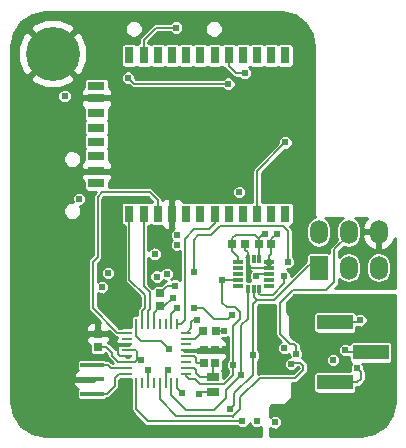
<source format=gtl>
G04 (created by PCBNEW (2013-05-31 BZR 4019)-stable) date 7/3/2014 2:31:18 PM*
%MOIN*%
G04 Gerber Fmt 3.4, Leading zero omitted, Abs format*
%FSLAX34Y34*%
G01*
G70*
G90*
G04 APERTURE LIST*
%ADD10C,0.00590551*%
%ADD11R,0.0314961X0.0551181*%
%ADD12R,0.0551181X0.0314961*%
%ADD13C,0.18*%
%ADD14R,0.0364173X0.011811*%
%ADD15R,0.011811X0.0314961*%
%ADD16R,0.0275X0.0315*%
%ADD17R,0.04X0.025*%
%ADD18R,0.0315X0.0275*%
%ADD19R,0.06X0.0787*%
%ADD20O,0.06X0.0787*%
%ADD21R,0.120079X0.05*%
%ADD22R,0.0787402X0.015748*%
%ADD23R,0.0334X0.011*%
%ADD24R,0.011X0.0334*%
%ADD25C,0.024*%
%ADD26C,0.008*%
%ADD27C,0.01*%
G04 APERTURE END LIST*
G54D10*
G54D11*
X46279Y-16362D03*
X45807Y-16362D03*
X45334Y-16362D03*
X44862Y-16362D03*
X44390Y-16362D03*
X43917Y-16362D03*
X43445Y-16362D03*
X42972Y-16362D03*
X42500Y-16362D03*
X42027Y-16362D03*
X41555Y-16362D03*
X41082Y-16362D03*
X41082Y-21637D03*
X41555Y-21637D03*
X42027Y-21637D03*
X42500Y-21637D03*
X42972Y-21637D03*
X43445Y-21637D03*
X43917Y-21637D03*
X44390Y-21637D03*
X44862Y-21637D03*
X45334Y-21637D03*
X45807Y-21637D03*
X46279Y-21637D03*
G54D12*
X39980Y-20614D03*
X39980Y-20220D03*
X39980Y-19708D03*
X39980Y-19236D03*
X39980Y-18763D03*
X39980Y-18291D03*
X39980Y-17779D03*
X39980Y-17385D03*
G54D13*
X38520Y-16300D03*
G54D14*
X45726Y-24033D03*
X45726Y-23836D03*
X45726Y-23246D03*
X45726Y-23443D03*
X45726Y-23640D03*
X44713Y-23640D03*
X44713Y-23443D03*
X44713Y-23246D03*
X44713Y-23836D03*
X44713Y-24033D03*
G54D15*
X45220Y-23138D03*
X45220Y-24141D03*
X45023Y-23138D03*
X45416Y-23138D03*
X45023Y-24141D03*
X45416Y-24141D03*
G54D16*
X42100Y-24294D03*
X42100Y-24726D03*
G54D17*
X43880Y-27069D03*
X43880Y-27571D03*
G54D18*
X43956Y-25540D03*
X43524Y-25540D03*
G54D16*
X43940Y-26616D03*
X43940Y-26184D03*
X40030Y-26076D03*
X40030Y-25644D03*
G54D18*
X45384Y-22660D03*
X45816Y-22660D03*
X44504Y-22660D03*
X44936Y-22660D03*
G54D16*
X43560Y-26616D03*
X43560Y-26184D03*
G54D19*
X47390Y-23438D03*
G54D20*
X47390Y-22242D03*
X48390Y-23438D03*
X48390Y-22242D03*
X49390Y-23438D03*
X49390Y-22242D03*
G54D21*
X49120Y-26260D03*
X47919Y-27260D03*
X47919Y-25260D03*
G54D22*
X39840Y-27160D03*
X39840Y-26687D03*
X39840Y-27632D03*
G54D23*
X41016Y-25798D03*
X41016Y-25995D03*
X41016Y-26192D03*
X41016Y-26388D03*
X41016Y-26978D03*
G54D24*
X41302Y-27264D03*
X41498Y-27264D03*
X41695Y-27264D03*
X41892Y-27264D03*
X42088Y-27264D03*
X42285Y-27264D03*
G54D23*
X41016Y-25602D03*
G54D24*
X42482Y-27264D03*
X42678Y-27264D03*
G54D23*
X42964Y-26978D03*
X42964Y-26782D03*
X42964Y-26585D03*
X42964Y-26388D03*
X42964Y-26192D03*
X42964Y-25995D03*
X42964Y-25798D03*
X42964Y-25602D03*
G54D24*
X42678Y-25316D03*
X42482Y-25316D03*
X42285Y-25316D03*
X42088Y-25316D03*
G54D23*
X41016Y-26585D03*
X41016Y-26782D03*
G54D24*
X41892Y-25316D03*
X41695Y-25316D03*
X41498Y-25316D03*
X41302Y-25316D03*
G54D25*
X45320Y-28550D03*
X46250Y-26120D03*
X43410Y-27640D03*
X41480Y-26510D03*
X45610Y-22300D03*
X42600Y-24030D03*
X42630Y-15430D03*
X44730Y-20920D03*
X41920Y-22970D03*
X41990Y-23730D03*
X40170Y-24090D03*
X40360Y-23620D03*
X41700Y-26850D03*
X44920Y-16940D03*
X43340Y-25180D03*
X46280Y-19260D03*
X47860Y-26510D03*
X45920Y-28590D03*
X48280Y-26180D03*
X48660Y-26780D03*
X45720Y-25440D03*
X39600Y-26100D03*
X46810Y-24500D03*
X45990Y-22310D03*
X41280Y-24550D03*
X47990Y-28640D03*
X46340Y-28830D03*
X44280Y-26150D03*
X39290Y-20250D03*
X41410Y-19730D03*
X44420Y-28160D03*
X42830Y-27600D03*
X45200Y-26360D03*
X44800Y-27000D03*
X46640Y-26300D03*
X44240Y-25540D03*
X41040Y-17100D03*
X44380Y-17300D03*
X48780Y-25190D03*
X44540Y-26680D03*
X44180Y-23840D03*
X38920Y-17720D03*
X42320Y-23640D03*
X42660Y-22680D03*
X39400Y-21140D03*
X42680Y-22340D03*
X44500Y-25000D03*
X45300Y-23720D03*
X43220Y-24780D03*
X42680Y-24780D03*
X46460Y-26640D03*
X42390Y-26140D03*
X44850Y-28550D03*
X42520Y-24450D03*
X46360Y-23240D03*
X43240Y-23580D03*
X46240Y-23700D03*
X42370Y-26840D03*
G54D26*
X43880Y-27571D02*
X43479Y-27571D01*
X43479Y-27571D02*
X43410Y-27640D01*
X41350Y-26510D02*
X41480Y-26510D01*
X42100Y-24294D02*
X42100Y-24280D01*
X45384Y-22446D02*
X45530Y-22300D01*
X45530Y-22300D02*
X45610Y-22300D01*
X45384Y-22446D02*
X45384Y-22660D01*
X42350Y-24030D02*
X42600Y-24030D01*
X42100Y-24280D02*
X42350Y-24030D01*
X41016Y-26192D02*
X41302Y-26192D01*
X41275Y-26585D02*
X41016Y-26585D01*
X41350Y-26510D02*
X41275Y-26585D01*
X41350Y-26240D02*
X41350Y-26510D01*
X41302Y-26192D02*
X41350Y-26240D01*
X40030Y-26076D02*
X40316Y-26076D01*
X40715Y-26585D02*
X41016Y-26585D01*
X40510Y-26380D02*
X40715Y-26585D01*
X40510Y-26270D02*
X40510Y-26380D01*
X40316Y-26076D02*
X40510Y-26270D01*
X41555Y-16362D02*
X41555Y-15844D01*
X41970Y-15430D02*
X42630Y-15430D01*
X41555Y-15844D02*
X41970Y-15430D01*
X45384Y-22660D02*
X45384Y-22464D01*
X44504Y-22456D02*
X44504Y-22660D01*
X44620Y-22340D02*
X44504Y-22456D01*
X45260Y-22340D02*
X44620Y-22340D01*
X45384Y-22464D02*
X45260Y-22340D01*
X44504Y-22660D02*
X44504Y-22864D01*
X44504Y-22864D02*
X44713Y-23073D01*
X44713Y-23073D02*
X44713Y-23246D01*
X45384Y-22660D02*
X45384Y-23105D01*
X45384Y-23105D02*
X45416Y-23138D01*
X42964Y-26388D02*
X43228Y-26388D01*
X43336Y-26616D02*
X43560Y-26616D01*
X43290Y-26570D02*
X43336Y-26616D01*
X43290Y-26450D02*
X43290Y-26570D01*
X43228Y-26388D02*
X43290Y-26450D01*
X43540Y-26636D02*
X43560Y-26616D01*
X42964Y-26782D02*
X43242Y-26782D01*
X43429Y-27069D02*
X43880Y-27069D01*
X43300Y-26940D02*
X43429Y-27069D01*
X43300Y-26840D02*
X43300Y-26940D01*
X43242Y-26782D02*
X43300Y-26840D01*
X43880Y-27069D02*
X43880Y-26676D01*
X43880Y-26676D02*
X43940Y-26616D01*
X41695Y-27264D02*
X41695Y-26855D01*
X41695Y-26855D02*
X41700Y-26850D01*
X42678Y-25316D02*
X42794Y-25316D01*
X42930Y-25180D02*
X42930Y-22470D01*
X42794Y-25316D02*
X42930Y-25180D01*
X43917Y-21637D02*
X43917Y-21962D01*
X43240Y-22160D02*
X42930Y-22470D01*
X42930Y-22470D02*
X42923Y-22477D01*
X43720Y-22160D02*
X43240Y-22160D01*
X43917Y-21962D02*
X43720Y-22160D01*
X44390Y-16710D02*
X44620Y-16940D01*
X44620Y-16940D02*
X44920Y-16940D01*
X44390Y-16710D02*
X44390Y-16362D01*
X43200Y-25180D02*
X43340Y-25180D01*
X43140Y-25240D02*
X43200Y-25180D01*
X43140Y-25450D02*
X43140Y-25240D01*
X42992Y-25598D02*
X43140Y-25450D01*
X45334Y-20205D02*
X45334Y-21637D01*
X46280Y-19260D02*
X45334Y-20205D01*
X41695Y-25316D02*
X41695Y-24885D01*
X41555Y-24045D02*
X41555Y-21637D01*
X41760Y-24250D02*
X41555Y-24045D01*
X41760Y-24820D02*
X41760Y-24250D01*
X41695Y-24885D02*
X41760Y-24820D01*
X41498Y-25316D02*
X41498Y-24872D01*
X41082Y-23832D02*
X41082Y-21637D01*
X41590Y-24340D02*
X41082Y-23832D01*
X41590Y-24780D02*
X41590Y-24340D01*
X41498Y-24872D02*
X41590Y-24780D01*
X42964Y-25798D02*
X43266Y-25798D01*
X43266Y-25798D02*
X43524Y-25540D01*
X41016Y-25602D02*
X40682Y-25602D01*
X39860Y-24780D02*
X39860Y-23240D01*
X40682Y-25602D02*
X39860Y-24780D01*
X42027Y-21187D02*
X41760Y-20920D01*
X41760Y-20920D02*
X40180Y-20920D01*
X40180Y-20920D02*
X40020Y-21080D01*
X40020Y-21080D02*
X40020Y-23080D01*
X42027Y-21187D02*
X42027Y-21637D01*
X39860Y-23240D02*
X40020Y-23080D01*
X49120Y-26260D02*
X48360Y-26260D01*
X48360Y-26260D02*
X48280Y-26180D01*
X47919Y-27260D02*
X48680Y-27260D01*
X48800Y-26920D02*
X48660Y-26780D01*
X48800Y-27140D02*
X48800Y-26920D01*
X48680Y-27260D02*
X48800Y-27140D01*
X39260Y-26440D02*
X39600Y-26100D01*
X39600Y-26100D02*
X39600Y-25890D01*
X39600Y-25890D02*
X39846Y-25644D01*
X40030Y-25644D02*
X39846Y-25644D01*
X39330Y-27160D02*
X39840Y-27160D01*
X39260Y-27090D02*
X39260Y-26440D01*
X39330Y-27160D02*
X39260Y-27090D01*
X40695Y-25995D02*
X40695Y-26305D01*
X40778Y-26388D02*
X41016Y-26388D01*
X40695Y-26305D02*
X40778Y-26388D01*
X40030Y-25644D02*
X40344Y-25644D01*
X40695Y-25995D02*
X41016Y-25995D01*
X40344Y-25644D02*
X40695Y-25995D01*
X42964Y-26192D02*
X43552Y-26192D01*
X43552Y-26192D02*
X43560Y-26184D01*
X45816Y-22660D02*
X45816Y-22484D01*
X45816Y-22484D02*
X45990Y-22310D01*
X43940Y-26184D02*
X44246Y-26184D01*
X44246Y-26184D02*
X44280Y-26150D01*
X42500Y-21637D02*
X42500Y-20920D01*
X41720Y-20140D02*
X40540Y-20140D01*
X42500Y-20920D02*
X41720Y-20140D01*
X39980Y-17779D02*
X40399Y-17779D01*
X40459Y-20220D02*
X39980Y-20220D01*
X40540Y-20140D02*
X40459Y-20220D01*
X40540Y-17920D02*
X40540Y-20140D01*
X40399Y-17779D02*
X40540Y-17920D01*
X44936Y-22660D02*
X44936Y-22836D01*
X45023Y-22923D02*
X45023Y-23138D01*
X44936Y-22836D02*
X45023Y-22923D01*
X45023Y-23138D02*
X45023Y-23343D01*
X45123Y-23443D02*
X45726Y-23443D01*
X45023Y-23343D02*
X45123Y-23443D01*
X45726Y-23246D02*
X45726Y-23053D01*
X45816Y-22964D02*
X45816Y-22660D01*
X45726Y-23053D02*
X45816Y-22964D01*
X45726Y-23246D02*
X45726Y-23443D01*
X43560Y-26184D02*
X43940Y-26184D01*
X42678Y-27264D02*
X42678Y-27448D01*
X45200Y-27000D02*
X45200Y-26360D01*
X45200Y-27000D02*
X44580Y-27620D01*
X44580Y-27620D02*
X44580Y-28000D01*
X44580Y-28000D02*
X44420Y-28160D01*
X42678Y-27448D02*
X42830Y-27600D01*
X45900Y-24520D02*
X47080Y-23340D01*
X45340Y-24520D02*
X45900Y-24520D01*
X47080Y-23340D02*
X47390Y-23340D01*
X45200Y-25620D02*
X45200Y-24660D01*
X45200Y-25620D02*
X45200Y-26360D01*
X45200Y-24660D02*
X45340Y-24520D01*
X45220Y-24141D02*
X45220Y-24420D01*
X45320Y-24520D02*
X45340Y-24520D01*
X45220Y-24420D02*
X45320Y-24520D01*
X46640Y-26300D02*
X46640Y-26060D01*
X47650Y-24180D02*
X47910Y-23920D01*
X47910Y-23920D02*
X47910Y-22820D01*
X47910Y-22820D02*
X48390Y-22340D01*
X46520Y-24180D02*
X46100Y-24600D01*
X46520Y-24180D02*
X47650Y-24180D01*
X46100Y-25650D02*
X46100Y-24600D01*
X46430Y-25980D02*
X46100Y-25650D01*
X46560Y-25980D02*
X46430Y-25980D01*
X46640Y-26060D02*
X46560Y-25980D01*
X42482Y-27264D02*
X42482Y-27692D01*
X42482Y-27692D02*
X42960Y-28170D01*
X42960Y-28170D02*
X43910Y-28170D01*
X43910Y-28170D02*
X44300Y-27780D01*
X44300Y-27500D02*
X44300Y-27780D01*
X44300Y-27500D02*
X44800Y-27000D01*
X44800Y-27000D02*
X44800Y-25360D01*
X45023Y-25136D02*
X45023Y-24141D01*
X45023Y-25136D02*
X44800Y-25360D01*
X43956Y-25540D02*
X44240Y-25540D01*
X41016Y-26978D02*
X40722Y-26978D01*
X40337Y-27632D02*
X39840Y-27632D01*
X40590Y-27380D02*
X40337Y-27632D01*
X40590Y-27110D02*
X40590Y-27380D01*
X40722Y-26978D02*
X40590Y-27110D01*
X39840Y-26687D02*
X40357Y-26687D01*
X40452Y-26782D02*
X41016Y-26782D01*
X40357Y-26687D02*
X40452Y-26782D01*
X41240Y-17300D02*
X41040Y-17100D01*
X44380Y-17300D02*
X41240Y-17300D01*
X48710Y-25260D02*
X47919Y-25260D01*
X48780Y-25190D02*
X48710Y-25260D01*
X42964Y-26978D02*
X42964Y-27054D01*
X43260Y-27160D02*
X43420Y-27320D01*
X43070Y-27160D02*
X43260Y-27160D01*
X42964Y-27054D02*
X43070Y-27160D01*
X44540Y-27000D02*
X44540Y-26680D01*
X44540Y-27000D02*
X44220Y-27320D01*
X44220Y-27320D02*
X43420Y-27320D01*
X44180Y-23840D02*
X44180Y-24600D01*
X44540Y-25380D02*
X44540Y-26680D01*
X44760Y-25160D02*
X44540Y-25380D01*
X44760Y-24900D02*
X44760Y-25160D01*
X44600Y-24740D02*
X44760Y-24900D01*
X44320Y-24740D02*
X44600Y-24740D01*
X44180Y-24600D02*
X44320Y-24740D01*
X44183Y-23836D02*
X44713Y-23836D01*
X44180Y-23840D02*
X44183Y-23836D01*
X42482Y-25316D02*
X42482Y-24978D01*
X45380Y-23640D02*
X45726Y-23640D01*
X43540Y-24780D02*
X43220Y-24780D01*
X43900Y-25140D02*
X43540Y-24780D01*
X44360Y-25140D02*
X43900Y-25140D01*
X44500Y-25000D02*
X44360Y-25140D01*
X45380Y-23640D02*
X45300Y-23720D01*
X42482Y-24978D02*
X42680Y-24780D01*
X46600Y-27120D02*
X45440Y-27120D01*
X46880Y-26840D02*
X46600Y-27120D01*
X46880Y-26700D02*
X46880Y-26840D01*
X46780Y-26600D02*
X46880Y-26700D01*
X46500Y-26600D02*
X46780Y-26600D01*
X46460Y-26640D02*
X46500Y-26600D01*
X42088Y-27264D02*
X42088Y-27828D01*
X42650Y-28390D02*
X44530Y-28390D01*
X42088Y-27828D02*
X42650Y-28390D01*
X45420Y-27120D02*
X44780Y-27760D01*
X44520Y-28400D02*
X44530Y-28390D01*
X44530Y-28390D02*
X44780Y-28140D01*
X44780Y-28140D02*
X44780Y-27760D01*
X45420Y-27120D02*
X45440Y-27120D01*
X45440Y-27120D02*
X45420Y-27120D01*
X41302Y-25316D02*
X41302Y-25722D01*
X42130Y-25880D02*
X42390Y-26140D01*
X41460Y-25880D02*
X42130Y-25880D01*
X41302Y-25722D02*
X41460Y-25880D01*
X41302Y-27264D02*
X41302Y-28162D01*
X41690Y-28550D02*
X44850Y-28550D01*
X41302Y-28162D02*
X41690Y-28550D01*
X42100Y-24726D02*
X42244Y-24726D01*
X46360Y-23240D02*
X46360Y-22210D01*
X46360Y-22210D02*
X46210Y-22060D01*
X46210Y-22060D02*
X44100Y-22060D01*
X44100Y-22060D02*
X43800Y-22360D01*
X43800Y-22360D02*
X43380Y-22360D01*
X43380Y-22360D02*
X43240Y-22500D01*
X43240Y-22500D02*
X43240Y-23580D01*
X42244Y-24726D02*
X42520Y-24450D01*
X41892Y-25316D02*
X41892Y-24934D01*
X41892Y-24934D02*
X42100Y-24726D01*
X42285Y-27264D02*
X42285Y-26925D01*
X46240Y-23700D02*
X46240Y-23960D01*
X46240Y-23960D02*
X45860Y-24340D01*
X45860Y-24340D02*
X45460Y-24340D01*
X45460Y-24340D02*
X45416Y-24296D01*
X45416Y-24296D02*
X45416Y-24141D01*
X42285Y-26925D02*
X42370Y-26840D01*
G54D10*
G36*
X41073Y-26409D02*
X40958Y-26409D01*
X40958Y-26367D01*
X41073Y-26367D01*
X41073Y-26409D01*
X41073Y-26409D01*
G37*
G54D27*
X41073Y-26409D02*
X40958Y-26409D01*
X40958Y-26367D01*
X41073Y-26367D01*
X41073Y-26409D01*
G54D10*
G36*
X41847Y-21233D02*
X41844Y-21233D01*
X41797Y-21253D01*
X41791Y-21258D01*
X41785Y-21253D01*
X41738Y-21233D01*
X41687Y-21233D01*
X41372Y-21233D01*
X41325Y-21253D01*
X41319Y-21258D01*
X41313Y-21253D01*
X41266Y-21233D01*
X41214Y-21233D01*
X40900Y-21233D01*
X40852Y-21253D01*
X40816Y-21289D01*
X40796Y-21336D01*
X40796Y-21387D01*
X40796Y-21938D01*
X40816Y-21986D01*
X40852Y-22022D01*
X40899Y-22042D01*
X40922Y-22042D01*
X40922Y-23832D01*
X40935Y-23894D01*
X40969Y-23946D01*
X41430Y-24406D01*
X41430Y-24713D01*
X41384Y-24758D01*
X41350Y-24810D01*
X41338Y-24872D01*
X41338Y-25028D01*
X41333Y-25028D01*
X41223Y-25028D01*
X41179Y-25047D01*
X41145Y-25080D01*
X41127Y-25125D01*
X41126Y-25172D01*
X41126Y-25426D01*
X40825Y-25426D01*
X40788Y-25442D01*
X40748Y-25442D01*
X40600Y-25293D01*
X40600Y-23572D01*
X40563Y-23484D01*
X40496Y-23416D01*
X40407Y-23380D01*
X40312Y-23379D01*
X40224Y-23416D01*
X40156Y-23483D01*
X40120Y-23572D01*
X40119Y-23667D01*
X40156Y-23755D01*
X40223Y-23823D01*
X40312Y-23859D01*
X40407Y-23860D01*
X40495Y-23823D01*
X40563Y-23756D01*
X40599Y-23667D01*
X40600Y-23572D01*
X40600Y-25293D01*
X40020Y-24713D01*
X40020Y-24279D01*
X40033Y-24293D01*
X40122Y-24329D01*
X40217Y-24330D01*
X40305Y-24293D01*
X40373Y-24226D01*
X40409Y-24137D01*
X40410Y-24042D01*
X40373Y-23954D01*
X40306Y-23886D01*
X40217Y-23850D01*
X40122Y-23849D01*
X40034Y-23886D01*
X40020Y-23900D01*
X40020Y-23306D01*
X40133Y-23193D01*
X40167Y-23141D01*
X40179Y-23080D01*
X40180Y-23080D01*
X40180Y-21146D01*
X40246Y-21080D01*
X41693Y-21080D01*
X41847Y-21233D01*
X41847Y-21233D01*
G37*
G54D27*
X41847Y-21233D02*
X41844Y-21233D01*
X41797Y-21253D01*
X41791Y-21258D01*
X41785Y-21253D01*
X41738Y-21233D01*
X41687Y-21233D01*
X41372Y-21233D01*
X41325Y-21253D01*
X41319Y-21258D01*
X41313Y-21253D01*
X41266Y-21233D01*
X41214Y-21233D01*
X40900Y-21233D01*
X40852Y-21253D01*
X40816Y-21289D01*
X40796Y-21336D01*
X40796Y-21387D01*
X40796Y-21938D01*
X40816Y-21986D01*
X40852Y-22022D01*
X40899Y-22042D01*
X40922Y-22042D01*
X40922Y-23832D01*
X40935Y-23894D01*
X40969Y-23946D01*
X41430Y-24406D01*
X41430Y-24713D01*
X41384Y-24758D01*
X41350Y-24810D01*
X41338Y-24872D01*
X41338Y-25028D01*
X41333Y-25028D01*
X41223Y-25028D01*
X41179Y-25047D01*
X41145Y-25080D01*
X41127Y-25125D01*
X41126Y-25172D01*
X41126Y-25426D01*
X40825Y-25426D01*
X40788Y-25442D01*
X40748Y-25442D01*
X40600Y-25293D01*
X40600Y-23572D01*
X40563Y-23484D01*
X40496Y-23416D01*
X40407Y-23380D01*
X40312Y-23379D01*
X40224Y-23416D01*
X40156Y-23483D01*
X40120Y-23572D01*
X40119Y-23667D01*
X40156Y-23755D01*
X40223Y-23823D01*
X40312Y-23859D01*
X40407Y-23860D01*
X40495Y-23823D01*
X40563Y-23756D01*
X40599Y-23667D01*
X40600Y-23572D01*
X40600Y-25293D01*
X40020Y-24713D01*
X40020Y-24279D01*
X40033Y-24293D01*
X40122Y-24329D01*
X40217Y-24330D01*
X40305Y-24293D01*
X40373Y-24226D01*
X40409Y-24137D01*
X40410Y-24042D01*
X40373Y-23954D01*
X40306Y-23886D01*
X40217Y-23850D01*
X40122Y-23849D01*
X40034Y-23886D01*
X40020Y-23900D01*
X40020Y-23306D01*
X40133Y-23193D01*
X40167Y-23141D01*
X40179Y-23080D01*
X40180Y-23080D01*
X40180Y-21146D01*
X40246Y-21080D01*
X41693Y-21080D01*
X41847Y-21233D01*
G54D10*
G36*
X44380Y-26933D02*
X44200Y-27113D01*
X44200Y-26920D01*
X44181Y-26876D01*
X44163Y-26857D01*
X44179Y-26841D01*
X44197Y-26797D01*
X44197Y-26749D01*
X44197Y-26562D01*
X44219Y-26553D01*
X44289Y-26482D01*
X44327Y-26391D01*
X44327Y-26296D01*
X44265Y-26234D01*
X43990Y-26234D01*
X43990Y-26241D01*
X43892Y-26241D01*
X43890Y-26239D01*
X43890Y-26234D01*
X43885Y-26234D01*
X43615Y-26234D01*
X43610Y-26234D01*
X43610Y-26239D01*
X43607Y-26241D01*
X43510Y-26241D01*
X43510Y-26234D01*
X43333Y-26234D01*
X43318Y-26219D01*
X43170Y-26219D01*
X43154Y-26213D01*
X43107Y-26212D01*
X42906Y-26212D01*
X42906Y-26170D01*
X43154Y-26170D01*
X43168Y-26164D01*
X43318Y-26164D01*
X43349Y-26134D01*
X43510Y-26134D01*
X43510Y-26126D01*
X43607Y-26126D01*
X43610Y-26129D01*
X43610Y-26134D01*
X43615Y-26134D01*
X43885Y-26134D01*
X43890Y-26134D01*
X43890Y-26129D01*
X43892Y-26126D01*
X43990Y-26126D01*
X43990Y-26134D01*
X44265Y-26134D01*
X44327Y-26071D01*
X44327Y-25976D01*
X44289Y-25885D01*
X44219Y-25814D01*
X44157Y-25789D01*
X44181Y-25779D01*
X44184Y-25776D01*
X44192Y-25779D01*
X44287Y-25780D01*
X44375Y-25743D01*
X44380Y-25739D01*
X44380Y-26500D01*
X44336Y-26543D01*
X44300Y-26632D01*
X44299Y-26727D01*
X44336Y-26815D01*
X44380Y-26859D01*
X44380Y-26933D01*
X44380Y-26933D01*
G37*
G54D27*
X44380Y-26933D02*
X44200Y-27113D01*
X44200Y-26920D01*
X44181Y-26876D01*
X44163Y-26857D01*
X44179Y-26841D01*
X44197Y-26797D01*
X44197Y-26749D01*
X44197Y-26562D01*
X44219Y-26553D01*
X44289Y-26482D01*
X44327Y-26391D01*
X44327Y-26296D01*
X44265Y-26234D01*
X43990Y-26234D01*
X43990Y-26241D01*
X43892Y-26241D01*
X43890Y-26239D01*
X43890Y-26234D01*
X43885Y-26234D01*
X43615Y-26234D01*
X43610Y-26234D01*
X43610Y-26239D01*
X43607Y-26241D01*
X43510Y-26241D01*
X43510Y-26234D01*
X43333Y-26234D01*
X43318Y-26219D01*
X43170Y-26219D01*
X43154Y-26213D01*
X43107Y-26212D01*
X42906Y-26212D01*
X42906Y-26170D01*
X43154Y-26170D01*
X43168Y-26164D01*
X43318Y-26164D01*
X43349Y-26134D01*
X43510Y-26134D01*
X43510Y-26126D01*
X43607Y-26126D01*
X43610Y-26129D01*
X43610Y-26134D01*
X43615Y-26134D01*
X43885Y-26134D01*
X43890Y-26134D01*
X43890Y-26129D01*
X43892Y-26126D01*
X43990Y-26126D01*
X43990Y-26134D01*
X44265Y-26134D01*
X44327Y-26071D01*
X44327Y-25976D01*
X44289Y-25885D01*
X44219Y-25814D01*
X44157Y-25789D01*
X44181Y-25779D01*
X44184Y-25776D01*
X44192Y-25779D01*
X44287Y-25780D01*
X44375Y-25743D01*
X44380Y-25739D01*
X44380Y-26500D01*
X44336Y-26543D01*
X44300Y-26632D01*
X44299Y-26727D01*
X44336Y-26815D01*
X44380Y-26859D01*
X44380Y-26933D01*
G54D10*
G36*
X44993Y-22710D02*
X44986Y-22710D01*
X44986Y-22717D01*
X44886Y-22717D01*
X44886Y-22710D01*
X44878Y-22710D01*
X44878Y-22610D01*
X44886Y-22610D01*
X44886Y-22602D01*
X44986Y-22602D01*
X44986Y-22610D01*
X44993Y-22610D01*
X44993Y-22710D01*
X44993Y-22710D01*
G37*
G54D27*
X44993Y-22710D02*
X44986Y-22710D01*
X44986Y-22717D01*
X44886Y-22717D01*
X44886Y-22710D01*
X44878Y-22710D01*
X44878Y-22610D01*
X44886Y-22610D01*
X44886Y-22602D01*
X44986Y-22602D01*
X44986Y-22610D01*
X44993Y-22610D01*
X44993Y-22710D01*
G54D10*
G36*
X45137Y-23543D02*
X45096Y-23583D01*
X45060Y-23672D01*
X45059Y-23767D01*
X45096Y-23855D01*
X45105Y-23864D01*
X45058Y-23864D01*
X45015Y-23864D01*
X45015Y-23754D01*
X45008Y-23738D01*
X45015Y-23723D01*
X45015Y-23675D01*
X45015Y-23557D01*
X45008Y-23541D01*
X45015Y-23526D01*
X45015Y-23478D01*
X45015Y-23360D01*
X45008Y-23344D01*
X45015Y-23329D01*
X45015Y-23281D01*
X45015Y-23163D01*
X44996Y-23119D01*
X44965Y-23088D01*
X44993Y-23088D01*
X44993Y-23080D01*
X45040Y-23080D01*
X45040Y-23319D01*
X45052Y-23347D01*
X45052Y-23483D01*
X45115Y-23545D01*
X45131Y-23545D01*
X45137Y-23543D01*
X45137Y-23543D01*
G37*
G54D27*
X45137Y-23543D02*
X45096Y-23583D01*
X45060Y-23672D01*
X45059Y-23767D01*
X45096Y-23855D01*
X45105Y-23864D01*
X45058Y-23864D01*
X45015Y-23864D01*
X45015Y-23754D01*
X45008Y-23738D01*
X45015Y-23723D01*
X45015Y-23675D01*
X45015Y-23557D01*
X45008Y-23541D01*
X45015Y-23526D01*
X45015Y-23478D01*
X45015Y-23360D01*
X45008Y-23344D01*
X45015Y-23329D01*
X45015Y-23281D01*
X45015Y-23163D01*
X44996Y-23119D01*
X44965Y-23088D01*
X44993Y-23088D01*
X44993Y-23080D01*
X45040Y-23080D01*
X45040Y-23319D01*
X45052Y-23347D01*
X45052Y-23483D01*
X45115Y-23545D01*
X45131Y-23545D01*
X45137Y-23543D01*
G54D10*
G36*
X45776Y-23304D02*
X45676Y-23304D01*
X45676Y-23275D01*
X45676Y-23216D01*
X45676Y-23196D01*
X45676Y-23188D01*
X45776Y-23188D01*
X45776Y-23196D01*
X45776Y-23216D01*
X45776Y-23275D01*
X45776Y-23304D01*
X45776Y-23304D01*
G37*
G54D27*
X45776Y-23304D02*
X45676Y-23304D01*
X45676Y-23275D01*
X45676Y-23216D01*
X45676Y-23196D01*
X45676Y-23188D01*
X45776Y-23188D01*
X45776Y-23196D01*
X45776Y-23216D01*
X45776Y-23275D01*
X45776Y-23304D01*
G54D10*
G36*
X45873Y-22710D02*
X45866Y-22710D01*
X45866Y-22717D01*
X45766Y-22717D01*
X45766Y-22710D01*
X45758Y-22710D01*
X45758Y-22610D01*
X45766Y-22610D01*
X45766Y-22602D01*
X45866Y-22602D01*
X45866Y-22610D01*
X45873Y-22610D01*
X45873Y-22710D01*
X45873Y-22710D01*
G37*
G54D27*
X45873Y-22710D02*
X45866Y-22710D01*
X45866Y-22717D01*
X45766Y-22717D01*
X45766Y-22710D01*
X45758Y-22710D01*
X45758Y-22610D01*
X45766Y-22610D01*
X45766Y-22602D01*
X45866Y-22602D01*
X45866Y-22610D01*
X45873Y-22610D01*
X45873Y-22710D01*
G54D10*
G36*
X46720Y-26773D02*
X46533Y-26960D01*
X45440Y-26960D01*
X45420Y-26960D01*
X45360Y-26971D01*
X45360Y-26539D01*
X45403Y-26496D01*
X45439Y-26407D01*
X45440Y-26312D01*
X45403Y-26224D01*
X45360Y-26180D01*
X45360Y-25620D01*
X45360Y-24726D01*
X45406Y-24680D01*
X45900Y-24680D01*
X45940Y-24672D01*
X45940Y-25650D01*
X45952Y-25711D01*
X45986Y-25763D01*
X46132Y-25908D01*
X46114Y-25916D01*
X46046Y-25983D01*
X46010Y-26072D01*
X46009Y-26167D01*
X46046Y-26255D01*
X46113Y-26323D01*
X46202Y-26359D01*
X46297Y-26360D01*
X46385Y-26323D01*
X46399Y-26309D01*
X46399Y-26347D01*
X46421Y-26399D01*
X46412Y-26399D01*
X46324Y-26436D01*
X46256Y-26503D01*
X46220Y-26592D01*
X46219Y-26687D01*
X46256Y-26775D01*
X46323Y-26843D01*
X46412Y-26879D01*
X46507Y-26880D01*
X46595Y-26843D01*
X46663Y-26776D01*
X46670Y-26760D01*
X46713Y-26760D01*
X46720Y-26766D01*
X46720Y-26773D01*
X46720Y-26773D01*
G37*
G54D27*
X46720Y-26773D02*
X46533Y-26960D01*
X45440Y-26960D01*
X45420Y-26960D01*
X45360Y-26971D01*
X45360Y-26539D01*
X45403Y-26496D01*
X45439Y-26407D01*
X45440Y-26312D01*
X45403Y-26224D01*
X45360Y-26180D01*
X45360Y-25620D01*
X45360Y-24726D01*
X45406Y-24680D01*
X45900Y-24680D01*
X45940Y-24672D01*
X45940Y-25650D01*
X45952Y-25711D01*
X45986Y-25763D01*
X46132Y-25908D01*
X46114Y-25916D01*
X46046Y-25983D01*
X46010Y-26072D01*
X46009Y-26167D01*
X46046Y-26255D01*
X46113Y-26323D01*
X46202Y-26359D01*
X46297Y-26360D01*
X46385Y-26323D01*
X46399Y-26309D01*
X46399Y-26347D01*
X46421Y-26399D01*
X46412Y-26399D01*
X46324Y-26436D01*
X46256Y-26503D01*
X46220Y-26592D01*
X46219Y-26687D01*
X46256Y-26775D01*
X46323Y-26843D01*
X46412Y-26879D01*
X46507Y-26880D01*
X46595Y-26843D01*
X46663Y-26776D01*
X46670Y-26760D01*
X46713Y-26760D01*
X46720Y-26766D01*
X46720Y-26773D01*
G54D10*
G36*
X48185Y-21779D02*
X48093Y-21841D01*
X48001Y-21977D01*
X47970Y-22138D01*
X47970Y-22345D01*
X48001Y-22502D01*
X47796Y-22706D01*
X47762Y-22758D01*
X47750Y-22820D01*
X47750Y-22939D01*
X47713Y-22924D01*
X47666Y-22924D01*
X47066Y-22924D01*
X47022Y-22942D01*
X46988Y-22976D01*
X46970Y-23020D01*
X46969Y-23068D01*
X46969Y-23224D01*
X46966Y-23226D01*
X46479Y-23713D01*
X46480Y-23652D01*
X46443Y-23564D01*
X46376Y-23496D01*
X46335Y-23479D01*
X46407Y-23480D01*
X46495Y-23443D01*
X46563Y-23376D01*
X46599Y-23287D01*
X46600Y-23192D01*
X46563Y-23104D01*
X46520Y-23060D01*
X46520Y-22210D01*
X46507Y-22148D01*
X46473Y-22096D01*
X46418Y-22042D01*
X46462Y-22042D01*
X46510Y-22022D01*
X46546Y-21986D01*
X46566Y-21939D01*
X46566Y-21887D01*
X46566Y-21336D01*
X46566Y-16612D01*
X46566Y-16061D01*
X46546Y-16013D01*
X46510Y-15977D01*
X46463Y-15957D01*
X46411Y-15957D01*
X46096Y-15957D01*
X46049Y-15977D01*
X46043Y-15983D01*
X46037Y-15977D01*
X45990Y-15957D01*
X45939Y-15957D01*
X45624Y-15957D01*
X45577Y-15977D01*
X45571Y-15983D01*
X45565Y-15977D01*
X45518Y-15957D01*
X45466Y-15957D01*
X45151Y-15957D01*
X45104Y-15977D01*
X45098Y-15983D01*
X45093Y-15977D01*
X45045Y-15957D01*
X44994Y-15957D01*
X44679Y-15957D01*
X44632Y-15977D01*
X44626Y-15983D01*
X44620Y-15977D01*
X44573Y-15957D01*
X44522Y-15957D01*
X44207Y-15957D01*
X44195Y-15962D01*
X44195Y-15418D01*
X44150Y-15309D01*
X44067Y-15225D01*
X43957Y-15180D01*
X43839Y-15180D01*
X43730Y-15225D01*
X43646Y-15308D01*
X43601Y-15417D01*
X43601Y-15536D01*
X43646Y-15645D01*
X43730Y-15729D01*
X43839Y-15774D01*
X43957Y-15774D01*
X44066Y-15729D01*
X44150Y-15645D01*
X44195Y-15536D01*
X44195Y-15418D01*
X44195Y-15962D01*
X44159Y-15977D01*
X44153Y-15983D01*
X44148Y-15977D01*
X44100Y-15957D01*
X44049Y-15957D01*
X43734Y-15957D01*
X43687Y-15977D01*
X43681Y-15983D01*
X43675Y-15977D01*
X43628Y-15957D01*
X43577Y-15957D01*
X43262Y-15957D01*
X43214Y-15977D01*
X43208Y-15983D01*
X43203Y-15977D01*
X43155Y-15957D01*
X43104Y-15957D01*
X42789Y-15957D01*
X42742Y-15977D01*
X42736Y-15983D01*
X42730Y-15977D01*
X42683Y-15957D01*
X42632Y-15957D01*
X42317Y-15957D01*
X42270Y-15977D01*
X42264Y-15983D01*
X42258Y-15977D01*
X42211Y-15957D01*
X42159Y-15957D01*
X41844Y-15957D01*
X41797Y-15977D01*
X41791Y-15983D01*
X41785Y-15977D01*
X41738Y-15957D01*
X41715Y-15957D01*
X41715Y-15910D01*
X42036Y-15590D01*
X42450Y-15590D01*
X42493Y-15633D01*
X42582Y-15669D01*
X42677Y-15670D01*
X42765Y-15633D01*
X42833Y-15566D01*
X42869Y-15477D01*
X42870Y-15382D01*
X42833Y-15294D01*
X42766Y-15226D01*
X42677Y-15190D01*
X42582Y-15189D01*
X42494Y-15226D01*
X42450Y-15270D01*
X41970Y-15270D01*
X41908Y-15282D01*
X41856Y-15316D01*
X41518Y-15655D01*
X41518Y-15418D01*
X41473Y-15309D01*
X41389Y-15225D01*
X41280Y-15180D01*
X41162Y-15180D01*
X41053Y-15225D01*
X40969Y-15308D01*
X40924Y-15417D01*
X40924Y-15536D01*
X40969Y-15645D01*
X41052Y-15729D01*
X41162Y-15774D01*
X41280Y-15774D01*
X41389Y-15729D01*
X41473Y-15645D01*
X41518Y-15536D01*
X41518Y-15418D01*
X41518Y-15655D01*
X41442Y-15731D01*
X41407Y-15783D01*
X41395Y-15844D01*
X41395Y-15957D01*
X41372Y-15957D01*
X41325Y-15977D01*
X41319Y-15983D01*
X41313Y-15977D01*
X41266Y-15957D01*
X41214Y-15957D01*
X40900Y-15957D01*
X40852Y-15977D01*
X40816Y-16013D01*
X40796Y-16060D01*
X40796Y-16112D01*
X40796Y-16663D01*
X40816Y-16710D01*
X40852Y-16746D01*
X40899Y-16766D01*
X40951Y-16766D01*
X41265Y-16766D01*
X41313Y-16746D01*
X41319Y-16741D01*
X41324Y-16746D01*
X41372Y-16766D01*
X41423Y-16766D01*
X41738Y-16766D01*
X41785Y-16746D01*
X41791Y-16741D01*
X41797Y-16746D01*
X41844Y-16766D01*
X41895Y-16766D01*
X42210Y-16766D01*
X42258Y-16746D01*
X42264Y-16741D01*
X42269Y-16746D01*
X42317Y-16766D01*
X42368Y-16766D01*
X42683Y-16766D01*
X42730Y-16746D01*
X42736Y-16741D01*
X42742Y-16746D01*
X42789Y-16766D01*
X42840Y-16766D01*
X43155Y-16766D01*
X43203Y-16746D01*
X43208Y-16741D01*
X43214Y-16746D01*
X43261Y-16766D01*
X43313Y-16766D01*
X43628Y-16766D01*
X43675Y-16746D01*
X43681Y-16741D01*
X43687Y-16746D01*
X43734Y-16766D01*
X43785Y-16766D01*
X44100Y-16766D01*
X44147Y-16746D01*
X44153Y-16741D01*
X44159Y-16746D01*
X44206Y-16766D01*
X44241Y-16766D01*
X44242Y-16771D01*
X44276Y-16823D01*
X44506Y-17053D01*
X44506Y-17053D01*
X44558Y-17087D01*
X44619Y-17099D01*
X44620Y-17100D01*
X44740Y-17100D01*
X44783Y-17143D01*
X44872Y-17179D01*
X44967Y-17180D01*
X45055Y-17143D01*
X45123Y-17076D01*
X45159Y-16987D01*
X45160Y-16892D01*
X45123Y-16804D01*
X45074Y-16754D01*
X45092Y-16746D01*
X45098Y-16741D01*
X45104Y-16746D01*
X45151Y-16766D01*
X45202Y-16766D01*
X45517Y-16766D01*
X45565Y-16746D01*
X45571Y-16741D01*
X45576Y-16746D01*
X45624Y-16766D01*
X45675Y-16766D01*
X45990Y-16766D01*
X46037Y-16746D01*
X46043Y-16741D01*
X46049Y-16746D01*
X46096Y-16766D01*
X46147Y-16766D01*
X46462Y-16766D01*
X46510Y-16746D01*
X46546Y-16710D01*
X46566Y-16663D01*
X46566Y-16612D01*
X46566Y-21336D01*
X46546Y-21289D01*
X46510Y-21253D01*
X46463Y-21233D01*
X46411Y-21233D01*
X46096Y-21233D01*
X46049Y-21253D01*
X46043Y-21258D01*
X46037Y-21253D01*
X45990Y-21233D01*
X45939Y-21233D01*
X45624Y-21233D01*
X45577Y-21253D01*
X45571Y-21258D01*
X45565Y-21253D01*
X45518Y-21233D01*
X45494Y-21233D01*
X45494Y-20271D01*
X46266Y-19499D01*
X46327Y-19500D01*
X46415Y-19463D01*
X46483Y-19396D01*
X46519Y-19307D01*
X46520Y-19212D01*
X46483Y-19124D01*
X46416Y-19056D01*
X46327Y-19020D01*
X46232Y-19019D01*
X46144Y-19056D01*
X46076Y-19123D01*
X46040Y-19212D01*
X46039Y-19273D01*
X45221Y-20091D01*
X45187Y-20143D01*
X45174Y-20205D01*
X45174Y-21233D01*
X45151Y-21233D01*
X45104Y-21253D01*
X45098Y-21258D01*
X45093Y-21253D01*
X45045Y-21233D01*
X44994Y-21233D01*
X44970Y-21233D01*
X44970Y-20872D01*
X44933Y-20784D01*
X44866Y-20716D01*
X44777Y-20680D01*
X44682Y-20679D01*
X44620Y-20705D01*
X44620Y-17252D01*
X44583Y-17164D01*
X44516Y-17096D01*
X44427Y-17060D01*
X44332Y-17059D01*
X44244Y-17096D01*
X44200Y-17140D01*
X41306Y-17140D01*
X41279Y-17113D01*
X41280Y-17052D01*
X41243Y-16964D01*
X41176Y-16896D01*
X41087Y-16860D01*
X40992Y-16859D01*
X40904Y-16896D01*
X40836Y-16963D01*
X40800Y-17052D01*
X40799Y-17147D01*
X40836Y-17235D01*
X40903Y-17303D01*
X40992Y-17339D01*
X41053Y-17340D01*
X41126Y-17413D01*
X41126Y-17413D01*
X41178Y-17447D01*
X41240Y-17460D01*
X44200Y-17460D01*
X44243Y-17503D01*
X44332Y-17539D01*
X44427Y-17540D01*
X44515Y-17503D01*
X44583Y-17436D01*
X44619Y-17347D01*
X44620Y-17252D01*
X44620Y-20705D01*
X44594Y-20716D01*
X44526Y-20783D01*
X44490Y-20872D01*
X44489Y-20967D01*
X44526Y-21055D01*
X44593Y-21123D01*
X44682Y-21159D01*
X44777Y-21160D01*
X44865Y-21123D01*
X44933Y-21056D01*
X44969Y-20967D01*
X44970Y-20872D01*
X44970Y-21233D01*
X44679Y-21233D01*
X44632Y-21253D01*
X44626Y-21258D01*
X44620Y-21253D01*
X44573Y-21233D01*
X44522Y-21233D01*
X44207Y-21233D01*
X44159Y-21253D01*
X44153Y-21258D01*
X44148Y-21253D01*
X44100Y-21233D01*
X44049Y-21233D01*
X43734Y-21233D01*
X43687Y-21253D01*
X43681Y-21258D01*
X43675Y-21253D01*
X43628Y-21233D01*
X43577Y-21233D01*
X43262Y-21233D01*
X43214Y-21253D01*
X43208Y-21258D01*
X43203Y-21253D01*
X43155Y-21233D01*
X43104Y-21233D01*
X42875Y-21233D01*
X42869Y-21220D01*
X42799Y-21150D01*
X42707Y-21112D01*
X42608Y-21112D01*
X42612Y-21112D01*
X42550Y-21174D01*
X42550Y-21587D01*
X42558Y-21587D01*
X42558Y-21687D01*
X42550Y-21687D01*
X42550Y-22100D01*
X42573Y-22124D01*
X42544Y-22136D01*
X42476Y-22203D01*
X42440Y-22292D01*
X42439Y-22387D01*
X42476Y-22475D01*
X42500Y-22500D01*
X42456Y-22543D01*
X42420Y-22632D01*
X42419Y-22727D01*
X42456Y-22815D01*
X42523Y-22883D01*
X42612Y-22919D01*
X42707Y-22920D01*
X42770Y-22894D01*
X42770Y-23860D01*
X42736Y-23826D01*
X42647Y-23790D01*
X42552Y-23789D01*
X42479Y-23820D01*
X42523Y-23776D01*
X42559Y-23687D01*
X42560Y-23592D01*
X42523Y-23504D01*
X42456Y-23436D01*
X42367Y-23400D01*
X42272Y-23399D01*
X42184Y-23436D01*
X42116Y-23503D01*
X42109Y-23519D01*
X42037Y-23490D01*
X41942Y-23489D01*
X41854Y-23526D01*
X41786Y-23593D01*
X41750Y-23682D01*
X41749Y-23777D01*
X41786Y-23865D01*
X41853Y-23933D01*
X41942Y-23969D01*
X42037Y-23970D01*
X42125Y-23933D01*
X42193Y-23866D01*
X42200Y-23850D01*
X42272Y-23879D01*
X42299Y-23879D01*
X42288Y-23882D01*
X42236Y-23916D01*
X42137Y-24016D01*
X41938Y-24016D01*
X41894Y-24034D01*
X41860Y-24068D01*
X41844Y-24108D01*
X41715Y-23979D01*
X41715Y-23103D01*
X41716Y-23105D01*
X41783Y-23173D01*
X41872Y-23209D01*
X41967Y-23210D01*
X42055Y-23173D01*
X42123Y-23106D01*
X42159Y-23017D01*
X42160Y-22922D01*
X42123Y-22834D01*
X42056Y-22766D01*
X41967Y-22730D01*
X41872Y-22729D01*
X41784Y-22766D01*
X41716Y-22833D01*
X41715Y-22836D01*
X41715Y-22042D01*
X41738Y-22042D01*
X41785Y-22022D01*
X41791Y-22016D01*
X41797Y-22022D01*
X41844Y-22042D01*
X41895Y-22042D01*
X42125Y-22042D01*
X42130Y-22054D01*
X42201Y-22125D01*
X42292Y-22163D01*
X42392Y-22163D01*
X42387Y-22163D01*
X42450Y-22100D01*
X42450Y-21687D01*
X42442Y-21687D01*
X42442Y-21587D01*
X42450Y-21587D01*
X42450Y-21174D01*
X42387Y-21112D01*
X42392Y-21112D01*
X42292Y-21112D01*
X42201Y-21150D01*
X42183Y-21167D01*
X42175Y-21126D01*
X42141Y-21074D01*
X42141Y-21074D01*
X41873Y-20806D01*
X41821Y-20772D01*
X41760Y-20760D01*
X40384Y-20760D01*
X40384Y-20746D01*
X40384Y-20595D01*
X40398Y-20589D01*
X40468Y-20519D01*
X40506Y-20427D01*
X40506Y-20013D01*
X40468Y-19921D01*
X40398Y-19851D01*
X40384Y-19845D01*
X40384Y-19840D01*
X40384Y-19525D01*
X40365Y-19478D01*
X40359Y-19472D01*
X40365Y-19466D01*
X40384Y-19419D01*
X40384Y-19368D01*
X40384Y-19053D01*
X40365Y-19005D01*
X40359Y-19000D01*
X40365Y-18994D01*
X40384Y-18946D01*
X40384Y-18895D01*
X40384Y-18580D01*
X40365Y-18533D01*
X40359Y-18527D01*
X40365Y-18521D01*
X40384Y-18474D01*
X40384Y-18423D01*
X40384Y-18154D01*
X40398Y-18148D01*
X40468Y-18078D01*
X40506Y-17986D01*
X40506Y-17572D01*
X40468Y-17480D01*
X40398Y-17410D01*
X40384Y-17404D01*
X40384Y-17202D01*
X40365Y-17155D01*
X40329Y-17119D01*
X40281Y-17099D01*
X40230Y-17099D01*
X39679Y-17099D01*
X39670Y-17103D01*
X39670Y-16524D01*
X39669Y-16067D01*
X39497Y-15651D01*
X39339Y-15551D01*
X39268Y-15621D01*
X39268Y-15480D01*
X39168Y-15322D01*
X38744Y-15149D01*
X38287Y-15150D01*
X37871Y-15322D01*
X37771Y-15480D01*
X38520Y-16229D01*
X39268Y-15480D01*
X39268Y-15621D01*
X38590Y-16300D01*
X39339Y-17048D01*
X39497Y-16948D01*
X39670Y-16524D01*
X39670Y-17103D01*
X39632Y-17119D01*
X39595Y-17155D01*
X39576Y-17202D01*
X39576Y-17253D01*
X39576Y-17404D01*
X39563Y-17410D01*
X39492Y-17480D01*
X39454Y-17572D01*
X39455Y-17667D01*
X39517Y-17729D01*
X39930Y-17729D01*
X39930Y-17721D01*
X40030Y-17721D01*
X40030Y-17729D01*
X40443Y-17729D01*
X40506Y-17667D01*
X40506Y-17572D01*
X40506Y-17986D01*
X40506Y-17892D01*
X40443Y-17829D01*
X40030Y-17829D01*
X40030Y-17837D01*
X39930Y-17837D01*
X39930Y-17829D01*
X39517Y-17829D01*
X39455Y-17892D01*
X39454Y-17986D01*
X39492Y-18078D01*
X39563Y-18148D01*
X39576Y-18154D01*
X39576Y-18159D01*
X39576Y-18474D01*
X39595Y-18521D01*
X39601Y-18527D01*
X39595Y-18533D01*
X39576Y-18580D01*
X39576Y-18631D01*
X39576Y-18946D01*
X39595Y-18994D01*
X39601Y-18999D01*
X39595Y-19005D01*
X39576Y-19053D01*
X39576Y-19104D01*
X39576Y-19419D01*
X39595Y-19466D01*
X39601Y-19472D01*
X39595Y-19478D01*
X39576Y-19525D01*
X39576Y-19576D01*
X39576Y-19845D01*
X39563Y-19851D01*
X39492Y-19921D01*
X39472Y-19972D01*
X39472Y-19755D01*
X39426Y-19645D01*
X39343Y-19562D01*
X39268Y-19531D01*
X39268Y-17119D01*
X38520Y-16370D01*
X38449Y-16441D01*
X38449Y-16300D01*
X37700Y-15551D01*
X37542Y-15651D01*
X37369Y-16075D01*
X37370Y-16532D01*
X37542Y-16948D01*
X37700Y-17048D01*
X38449Y-16300D01*
X38449Y-16441D01*
X37771Y-17119D01*
X37871Y-17277D01*
X38295Y-17450D01*
X38752Y-17449D01*
X39168Y-17277D01*
X39268Y-17119D01*
X39268Y-19531D01*
X39234Y-19517D01*
X39160Y-19516D01*
X39160Y-17672D01*
X39123Y-17584D01*
X39056Y-17516D01*
X38967Y-17480D01*
X38872Y-17479D01*
X38784Y-17516D01*
X38716Y-17583D01*
X38680Y-17672D01*
X38679Y-17767D01*
X38716Y-17855D01*
X38783Y-17923D01*
X38872Y-17959D01*
X38967Y-17960D01*
X39055Y-17923D01*
X39123Y-17856D01*
X39159Y-17767D01*
X39160Y-17672D01*
X39160Y-19516D01*
X39116Y-19516D01*
X39006Y-19562D01*
X38923Y-19645D01*
X38878Y-19754D01*
X38877Y-19872D01*
X38923Y-19982D01*
X39006Y-20065D01*
X39115Y-20110D01*
X39233Y-20111D01*
X39343Y-20065D01*
X39426Y-19982D01*
X39471Y-19873D01*
X39472Y-19755D01*
X39472Y-19972D01*
X39454Y-20013D01*
X39455Y-20107D01*
X39517Y-20170D01*
X39930Y-20170D01*
X39930Y-20162D01*
X40030Y-20162D01*
X40030Y-20170D01*
X40443Y-20170D01*
X40506Y-20107D01*
X40506Y-20013D01*
X40506Y-20427D01*
X40506Y-20332D01*
X40443Y-20270D01*
X40030Y-20270D01*
X40030Y-20278D01*
X39930Y-20278D01*
X39930Y-20270D01*
X39517Y-20270D01*
X39455Y-20332D01*
X39454Y-20427D01*
X39492Y-20519D01*
X39563Y-20589D01*
X39576Y-20595D01*
X39576Y-20797D01*
X39595Y-20844D01*
X39632Y-20880D01*
X39679Y-20900D01*
X39730Y-20900D01*
X39973Y-20900D01*
X39906Y-20966D01*
X39872Y-21018D01*
X39860Y-21080D01*
X39860Y-23013D01*
X39746Y-23126D01*
X39712Y-23178D01*
X39700Y-23240D01*
X39700Y-24780D01*
X39712Y-24841D01*
X39746Y-24893D01*
X40116Y-25262D01*
X40080Y-25299D01*
X40080Y-25594D01*
X40355Y-25594D01*
X40401Y-25547D01*
X40568Y-25715D01*
X40620Y-25749D01*
X40674Y-25760D01*
X40636Y-25798D01*
X40598Y-25890D01*
X40599Y-25905D01*
X40661Y-25967D01*
X40811Y-25967D01*
X40825Y-25972D01*
X40872Y-25973D01*
X41073Y-25973D01*
X41073Y-26016D01*
X40825Y-26016D01*
X40811Y-26022D01*
X40661Y-26022D01*
X40599Y-26085D01*
X40598Y-26099D01*
X40622Y-26156D01*
X40429Y-25962D01*
X40383Y-25932D01*
X40417Y-25851D01*
X40417Y-25756D01*
X40355Y-25694D01*
X40080Y-25694D01*
X40080Y-25701D01*
X39980Y-25701D01*
X39980Y-25694D01*
X39980Y-25594D01*
X39980Y-25299D01*
X39917Y-25236D01*
X39942Y-25236D01*
X39842Y-25236D01*
X39750Y-25274D01*
X39680Y-25345D01*
X39642Y-25436D01*
X39642Y-25531D01*
X39705Y-25594D01*
X39980Y-25594D01*
X39980Y-25694D01*
X39705Y-25694D01*
X39642Y-25756D01*
X39642Y-25851D01*
X39680Y-25942D01*
X39750Y-26013D01*
X39772Y-26022D01*
X39772Y-26257D01*
X39790Y-26301D01*
X39824Y-26335D01*
X39868Y-26353D01*
X39916Y-26353D01*
X40191Y-26353D01*
X40235Y-26335D01*
X40269Y-26301D01*
X40282Y-26268D01*
X40350Y-26336D01*
X40350Y-26380D01*
X40362Y-26441D01*
X40396Y-26493D01*
X40525Y-26622D01*
X40518Y-26622D01*
X40470Y-26574D01*
X40418Y-26539D01*
X40357Y-26527D01*
X40322Y-26527D01*
X40301Y-26507D01*
X40257Y-26488D01*
X40209Y-26488D01*
X39640Y-26488D01*
X39640Y-21092D01*
X39603Y-21004D01*
X39536Y-20936D01*
X39447Y-20900D01*
X39352Y-20899D01*
X39264Y-20936D01*
X39196Y-21003D01*
X39160Y-21092D01*
X39159Y-21187D01*
X39185Y-21249D01*
X39116Y-21248D01*
X39006Y-21294D01*
X38923Y-21377D01*
X38878Y-21486D01*
X38877Y-21604D01*
X38923Y-21714D01*
X39006Y-21797D01*
X39115Y-21842D01*
X39233Y-21843D01*
X39343Y-21797D01*
X39426Y-21714D01*
X39471Y-21605D01*
X39472Y-21487D01*
X39427Y-21380D01*
X39447Y-21380D01*
X39535Y-21343D01*
X39603Y-21276D01*
X39639Y-21187D01*
X39640Y-21092D01*
X39640Y-26488D01*
X39422Y-26488D01*
X39378Y-26507D01*
X39344Y-26540D01*
X39326Y-26584D01*
X39326Y-26632D01*
X39326Y-26790D01*
X39344Y-26834D01*
X39357Y-26847D01*
X39304Y-26869D01*
X39234Y-26939D01*
X39196Y-27031D01*
X39196Y-27058D01*
X39258Y-27120D01*
X39790Y-27120D01*
X39790Y-27102D01*
X39890Y-27102D01*
X39890Y-27120D01*
X39897Y-27120D01*
X39897Y-27199D01*
X39890Y-27199D01*
X39890Y-27217D01*
X39790Y-27217D01*
X39790Y-27199D01*
X39258Y-27199D01*
X39196Y-27261D01*
X39196Y-27288D01*
X39234Y-27380D01*
X39304Y-27450D01*
X39357Y-27472D01*
X39344Y-27485D01*
X39326Y-27529D01*
X39326Y-27577D01*
X39326Y-27734D01*
X39344Y-27779D01*
X39378Y-27812D01*
X39422Y-27831D01*
X39470Y-27831D01*
X40257Y-27831D01*
X40301Y-27812D01*
X40322Y-27792D01*
X40337Y-27792D01*
X40398Y-27780D01*
X40398Y-27780D01*
X40450Y-27745D01*
X40703Y-27493D01*
X40703Y-27493D01*
X40737Y-27441D01*
X40749Y-27380D01*
X40750Y-27380D01*
X40750Y-27176D01*
X40788Y-27138D01*
X40788Y-27138D01*
X40825Y-27152D01*
X40872Y-27153D01*
X41126Y-27153D01*
X41126Y-27454D01*
X41142Y-27491D01*
X41142Y-28162D01*
X41154Y-28223D01*
X41188Y-28275D01*
X41576Y-28663D01*
X41576Y-28663D01*
X41628Y-28697D01*
X41689Y-28709D01*
X41690Y-28710D01*
X44670Y-28710D01*
X44713Y-28753D01*
X44802Y-28789D01*
X44897Y-28790D01*
X44985Y-28753D01*
X45053Y-28686D01*
X45085Y-28609D01*
X45116Y-28685D01*
X45183Y-28753D01*
X45272Y-28789D01*
X45367Y-28790D01*
X45455Y-28753D01*
X45470Y-28739D01*
X45470Y-29040D01*
X38265Y-29040D01*
X37825Y-28953D01*
X37467Y-28713D01*
X37226Y-28352D01*
X37139Y-27916D01*
X37139Y-16043D01*
X37226Y-15607D01*
X37467Y-15246D01*
X37825Y-15006D01*
X38265Y-14919D01*
X46153Y-14919D01*
X46586Y-15020D01*
X46938Y-15272D01*
X47166Y-15639D01*
X47240Y-16082D01*
X47240Y-21640D01*
X47250Y-21693D01*
X47281Y-21738D01*
X47282Y-21739D01*
X47229Y-21750D01*
X47093Y-21841D01*
X47001Y-21977D01*
X46970Y-22138D01*
X46970Y-22345D01*
X47001Y-22506D01*
X47093Y-22642D01*
X47229Y-22733D01*
X47390Y-22765D01*
X47550Y-22733D01*
X47686Y-22642D01*
X47778Y-22506D01*
X47810Y-22345D01*
X47810Y-22138D01*
X47778Y-21977D01*
X47686Y-21841D01*
X47594Y-21779D01*
X48185Y-21779D01*
X48185Y-21779D01*
G37*
G54D27*
X48185Y-21779D02*
X48093Y-21841D01*
X48001Y-21977D01*
X47970Y-22138D01*
X47970Y-22345D01*
X48001Y-22502D01*
X47796Y-22706D01*
X47762Y-22758D01*
X47750Y-22820D01*
X47750Y-22939D01*
X47713Y-22924D01*
X47666Y-22924D01*
X47066Y-22924D01*
X47022Y-22942D01*
X46988Y-22976D01*
X46970Y-23020D01*
X46969Y-23068D01*
X46969Y-23224D01*
X46966Y-23226D01*
X46479Y-23713D01*
X46480Y-23652D01*
X46443Y-23564D01*
X46376Y-23496D01*
X46335Y-23479D01*
X46407Y-23480D01*
X46495Y-23443D01*
X46563Y-23376D01*
X46599Y-23287D01*
X46600Y-23192D01*
X46563Y-23104D01*
X46520Y-23060D01*
X46520Y-22210D01*
X46507Y-22148D01*
X46473Y-22096D01*
X46418Y-22042D01*
X46462Y-22042D01*
X46510Y-22022D01*
X46546Y-21986D01*
X46566Y-21939D01*
X46566Y-21887D01*
X46566Y-21336D01*
X46566Y-16612D01*
X46566Y-16061D01*
X46546Y-16013D01*
X46510Y-15977D01*
X46463Y-15957D01*
X46411Y-15957D01*
X46096Y-15957D01*
X46049Y-15977D01*
X46043Y-15983D01*
X46037Y-15977D01*
X45990Y-15957D01*
X45939Y-15957D01*
X45624Y-15957D01*
X45577Y-15977D01*
X45571Y-15983D01*
X45565Y-15977D01*
X45518Y-15957D01*
X45466Y-15957D01*
X45151Y-15957D01*
X45104Y-15977D01*
X45098Y-15983D01*
X45093Y-15977D01*
X45045Y-15957D01*
X44994Y-15957D01*
X44679Y-15957D01*
X44632Y-15977D01*
X44626Y-15983D01*
X44620Y-15977D01*
X44573Y-15957D01*
X44522Y-15957D01*
X44207Y-15957D01*
X44195Y-15962D01*
X44195Y-15418D01*
X44150Y-15309D01*
X44067Y-15225D01*
X43957Y-15180D01*
X43839Y-15180D01*
X43730Y-15225D01*
X43646Y-15308D01*
X43601Y-15417D01*
X43601Y-15536D01*
X43646Y-15645D01*
X43730Y-15729D01*
X43839Y-15774D01*
X43957Y-15774D01*
X44066Y-15729D01*
X44150Y-15645D01*
X44195Y-15536D01*
X44195Y-15418D01*
X44195Y-15962D01*
X44159Y-15977D01*
X44153Y-15983D01*
X44148Y-15977D01*
X44100Y-15957D01*
X44049Y-15957D01*
X43734Y-15957D01*
X43687Y-15977D01*
X43681Y-15983D01*
X43675Y-15977D01*
X43628Y-15957D01*
X43577Y-15957D01*
X43262Y-15957D01*
X43214Y-15977D01*
X43208Y-15983D01*
X43203Y-15977D01*
X43155Y-15957D01*
X43104Y-15957D01*
X42789Y-15957D01*
X42742Y-15977D01*
X42736Y-15983D01*
X42730Y-15977D01*
X42683Y-15957D01*
X42632Y-15957D01*
X42317Y-15957D01*
X42270Y-15977D01*
X42264Y-15983D01*
X42258Y-15977D01*
X42211Y-15957D01*
X42159Y-15957D01*
X41844Y-15957D01*
X41797Y-15977D01*
X41791Y-15983D01*
X41785Y-15977D01*
X41738Y-15957D01*
X41715Y-15957D01*
X41715Y-15910D01*
X42036Y-15590D01*
X42450Y-15590D01*
X42493Y-15633D01*
X42582Y-15669D01*
X42677Y-15670D01*
X42765Y-15633D01*
X42833Y-15566D01*
X42869Y-15477D01*
X42870Y-15382D01*
X42833Y-15294D01*
X42766Y-15226D01*
X42677Y-15190D01*
X42582Y-15189D01*
X42494Y-15226D01*
X42450Y-15270D01*
X41970Y-15270D01*
X41908Y-15282D01*
X41856Y-15316D01*
X41518Y-15655D01*
X41518Y-15418D01*
X41473Y-15309D01*
X41389Y-15225D01*
X41280Y-15180D01*
X41162Y-15180D01*
X41053Y-15225D01*
X40969Y-15308D01*
X40924Y-15417D01*
X40924Y-15536D01*
X40969Y-15645D01*
X41052Y-15729D01*
X41162Y-15774D01*
X41280Y-15774D01*
X41389Y-15729D01*
X41473Y-15645D01*
X41518Y-15536D01*
X41518Y-15418D01*
X41518Y-15655D01*
X41442Y-15731D01*
X41407Y-15783D01*
X41395Y-15844D01*
X41395Y-15957D01*
X41372Y-15957D01*
X41325Y-15977D01*
X41319Y-15983D01*
X41313Y-15977D01*
X41266Y-15957D01*
X41214Y-15957D01*
X40900Y-15957D01*
X40852Y-15977D01*
X40816Y-16013D01*
X40796Y-16060D01*
X40796Y-16112D01*
X40796Y-16663D01*
X40816Y-16710D01*
X40852Y-16746D01*
X40899Y-16766D01*
X40951Y-16766D01*
X41265Y-16766D01*
X41313Y-16746D01*
X41319Y-16741D01*
X41324Y-16746D01*
X41372Y-16766D01*
X41423Y-16766D01*
X41738Y-16766D01*
X41785Y-16746D01*
X41791Y-16741D01*
X41797Y-16746D01*
X41844Y-16766D01*
X41895Y-16766D01*
X42210Y-16766D01*
X42258Y-16746D01*
X42264Y-16741D01*
X42269Y-16746D01*
X42317Y-16766D01*
X42368Y-16766D01*
X42683Y-16766D01*
X42730Y-16746D01*
X42736Y-16741D01*
X42742Y-16746D01*
X42789Y-16766D01*
X42840Y-16766D01*
X43155Y-16766D01*
X43203Y-16746D01*
X43208Y-16741D01*
X43214Y-16746D01*
X43261Y-16766D01*
X43313Y-16766D01*
X43628Y-16766D01*
X43675Y-16746D01*
X43681Y-16741D01*
X43687Y-16746D01*
X43734Y-16766D01*
X43785Y-16766D01*
X44100Y-16766D01*
X44147Y-16746D01*
X44153Y-16741D01*
X44159Y-16746D01*
X44206Y-16766D01*
X44241Y-16766D01*
X44242Y-16771D01*
X44276Y-16823D01*
X44506Y-17053D01*
X44506Y-17053D01*
X44558Y-17087D01*
X44619Y-17099D01*
X44620Y-17100D01*
X44740Y-17100D01*
X44783Y-17143D01*
X44872Y-17179D01*
X44967Y-17180D01*
X45055Y-17143D01*
X45123Y-17076D01*
X45159Y-16987D01*
X45160Y-16892D01*
X45123Y-16804D01*
X45074Y-16754D01*
X45092Y-16746D01*
X45098Y-16741D01*
X45104Y-16746D01*
X45151Y-16766D01*
X45202Y-16766D01*
X45517Y-16766D01*
X45565Y-16746D01*
X45571Y-16741D01*
X45576Y-16746D01*
X45624Y-16766D01*
X45675Y-16766D01*
X45990Y-16766D01*
X46037Y-16746D01*
X46043Y-16741D01*
X46049Y-16746D01*
X46096Y-16766D01*
X46147Y-16766D01*
X46462Y-16766D01*
X46510Y-16746D01*
X46546Y-16710D01*
X46566Y-16663D01*
X46566Y-16612D01*
X46566Y-21336D01*
X46546Y-21289D01*
X46510Y-21253D01*
X46463Y-21233D01*
X46411Y-21233D01*
X46096Y-21233D01*
X46049Y-21253D01*
X46043Y-21258D01*
X46037Y-21253D01*
X45990Y-21233D01*
X45939Y-21233D01*
X45624Y-21233D01*
X45577Y-21253D01*
X45571Y-21258D01*
X45565Y-21253D01*
X45518Y-21233D01*
X45494Y-21233D01*
X45494Y-20271D01*
X46266Y-19499D01*
X46327Y-19500D01*
X46415Y-19463D01*
X46483Y-19396D01*
X46519Y-19307D01*
X46520Y-19212D01*
X46483Y-19124D01*
X46416Y-19056D01*
X46327Y-19020D01*
X46232Y-19019D01*
X46144Y-19056D01*
X46076Y-19123D01*
X46040Y-19212D01*
X46039Y-19273D01*
X45221Y-20091D01*
X45187Y-20143D01*
X45174Y-20205D01*
X45174Y-21233D01*
X45151Y-21233D01*
X45104Y-21253D01*
X45098Y-21258D01*
X45093Y-21253D01*
X45045Y-21233D01*
X44994Y-21233D01*
X44970Y-21233D01*
X44970Y-20872D01*
X44933Y-20784D01*
X44866Y-20716D01*
X44777Y-20680D01*
X44682Y-20679D01*
X44620Y-20705D01*
X44620Y-17252D01*
X44583Y-17164D01*
X44516Y-17096D01*
X44427Y-17060D01*
X44332Y-17059D01*
X44244Y-17096D01*
X44200Y-17140D01*
X41306Y-17140D01*
X41279Y-17113D01*
X41280Y-17052D01*
X41243Y-16964D01*
X41176Y-16896D01*
X41087Y-16860D01*
X40992Y-16859D01*
X40904Y-16896D01*
X40836Y-16963D01*
X40800Y-17052D01*
X40799Y-17147D01*
X40836Y-17235D01*
X40903Y-17303D01*
X40992Y-17339D01*
X41053Y-17340D01*
X41126Y-17413D01*
X41126Y-17413D01*
X41178Y-17447D01*
X41240Y-17460D01*
X44200Y-17460D01*
X44243Y-17503D01*
X44332Y-17539D01*
X44427Y-17540D01*
X44515Y-17503D01*
X44583Y-17436D01*
X44619Y-17347D01*
X44620Y-17252D01*
X44620Y-20705D01*
X44594Y-20716D01*
X44526Y-20783D01*
X44490Y-20872D01*
X44489Y-20967D01*
X44526Y-21055D01*
X44593Y-21123D01*
X44682Y-21159D01*
X44777Y-21160D01*
X44865Y-21123D01*
X44933Y-21056D01*
X44969Y-20967D01*
X44970Y-20872D01*
X44970Y-21233D01*
X44679Y-21233D01*
X44632Y-21253D01*
X44626Y-21258D01*
X44620Y-21253D01*
X44573Y-21233D01*
X44522Y-21233D01*
X44207Y-21233D01*
X44159Y-21253D01*
X44153Y-21258D01*
X44148Y-21253D01*
X44100Y-21233D01*
X44049Y-21233D01*
X43734Y-21233D01*
X43687Y-21253D01*
X43681Y-21258D01*
X43675Y-21253D01*
X43628Y-21233D01*
X43577Y-21233D01*
X43262Y-21233D01*
X43214Y-21253D01*
X43208Y-21258D01*
X43203Y-21253D01*
X43155Y-21233D01*
X43104Y-21233D01*
X42875Y-21233D01*
X42869Y-21220D01*
X42799Y-21150D01*
X42707Y-21112D01*
X42608Y-21112D01*
X42612Y-21112D01*
X42550Y-21174D01*
X42550Y-21587D01*
X42558Y-21587D01*
X42558Y-21687D01*
X42550Y-21687D01*
X42550Y-22100D01*
X42573Y-22124D01*
X42544Y-22136D01*
X42476Y-22203D01*
X42440Y-22292D01*
X42439Y-22387D01*
X42476Y-22475D01*
X42500Y-22500D01*
X42456Y-22543D01*
X42420Y-22632D01*
X42419Y-22727D01*
X42456Y-22815D01*
X42523Y-22883D01*
X42612Y-22919D01*
X42707Y-22920D01*
X42770Y-22894D01*
X42770Y-23860D01*
X42736Y-23826D01*
X42647Y-23790D01*
X42552Y-23789D01*
X42479Y-23820D01*
X42523Y-23776D01*
X42559Y-23687D01*
X42560Y-23592D01*
X42523Y-23504D01*
X42456Y-23436D01*
X42367Y-23400D01*
X42272Y-23399D01*
X42184Y-23436D01*
X42116Y-23503D01*
X42109Y-23519D01*
X42037Y-23490D01*
X41942Y-23489D01*
X41854Y-23526D01*
X41786Y-23593D01*
X41750Y-23682D01*
X41749Y-23777D01*
X41786Y-23865D01*
X41853Y-23933D01*
X41942Y-23969D01*
X42037Y-23970D01*
X42125Y-23933D01*
X42193Y-23866D01*
X42200Y-23850D01*
X42272Y-23879D01*
X42299Y-23879D01*
X42288Y-23882D01*
X42236Y-23916D01*
X42137Y-24016D01*
X41938Y-24016D01*
X41894Y-24034D01*
X41860Y-24068D01*
X41844Y-24108D01*
X41715Y-23979D01*
X41715Y-23103D01*
X41716Y-23105D01*
X41783Y-23173D01*
X41872Y-23209D01*
X41967Y-23210D01*
X42055Y-23173D01*
X42123Y-23106D01*
X42159Y-23017D01*
X42160Y-22922D01*
X42123Y-22834D01*
X42056Y-22766D01*
X41967Y-22730D01*
X41872Y-22729D01*
X41784Y-22766D01*
X41716Y-22833D01*
X41715Y-22836D01*
X41715Y-22042D01*
X41738Y-22042D01*
X41785Y-22022D01*
X41791Y-22016D01*
X41797Y-22022D01*
X41844Y-22042D01*
X41895Y-22042D01*
X42125Y-22042D01*
X42130Y-22054D01*
X42201Y-22125D01*
X42292Y-22163D01*
X42392Y-22163D01*
X42387Y-22163D01*
X42450Y-22100D01*
X42450Y-21687D01*
X42442Y-21687D01*
X42442Y-21587D01*
X42450Y-21587D01*
X42450Y-21174D01*
X42387Y-21112D01*
X42392Y-21112D01*
X42292Y-21112D01*
X42201Y-21150D01*
X42183Y-21167D01*
X42175Y-21126D01*
X42141Y-21074D01*
X42141Y-21074D01*
X41873Y-20806D01*
X41821Y-20772D01*
X41760Y-20760D01*
X40384Y-20760D01*
X40384Y-20746D01*
X40384Y-20595D01*
X40398Y-20589D01*
X40468Y-20519D01*
X40506Y-20427D01*
X40506Y-20013D01*
X40468Y-19921D01*
X40398Y-19851D01*
X40384Y-19845D01*
X40384Y-19840D01*
X40384Y-19525D01*
X40365Y-19478D01*
X40359Y-19472D01*
X40365Y-19466D01*
X40384Y-19419D01*
X40384Y-19368D01*
X40384Y-19053D01*
X40365Y-19005D01*
X40359Y-19000D01*
X40365Y-18994D01*
X40384Y-18946D01*
X40384Y-18895D01*
X40384Y-18580D01*
X40365Y-18533D01*
X40359Y-18527D01*
X40365Y-18521D01*
X40384Y-18474D01*
X40384Y-18423D01*
X40384Y-18154D01*
X40398Y-18148D01*
X40468Y-18078D01*
X40506Y-17986D01*
X40506Y-17572D01*
X40468Y-17480D01*
X40398Y-17410D01*
X40384Y-17404D01*
X40384Y-17202D01*
X40365Y-17155D01*
X40329Y-17119D01*
X40281Y-17099D01*
X40230Y-17099D01*
X39679Y-17099D01*
X39670Y-17103D01*
X39670Y-16524D01*
X39669Y-16067D01*
X39497Y-15651D01*
X39339Y-15551D01*
X39268Y-15621D01*
X39268Y-15480D01*
X39168Y-15322D01*
X38744Y-15149D01*
X38287Y-15150D01*
X37871Y-15322D01*
X37771Y-15480D01*
X38520Y-16229D01*
X39268Y-15480D01*
X39268Y-15621D01*
X38590Y-16300D01*
X39339Y-17048D01*
X39497Y-16948D01*
X39670Y-16524D01*
X39670Y-17103D01*
X39632Y-17119D01*
X39595Y-17155D01*
X39576Y-17202D01*
X39576Y-17253D01*
X39576Y-17404D01*
X39563Y-17410D01*
X39492Y-17480D01*
X39454Y-17572D01*
X39455Y-17667D01*
X39517Y-17729D01*
X39930Y-17729D01*
X39930Y-17721D01*
X40030Y-17721D01*
X40030Y-17729D01*
X40443Y-17729D01*
X40506Y-17667D01*
X40506Y-17572D01*
X40506Y-17986D01*
X40506Y-17892D01*
X40443Y-17829D01*
X40030Y-17829D01*
X40030Y-17837D01*
X39930Y-17837D01*
X39930Y-17829D01*
X39517Y-17829D01*
X39455Y-17892D01*
X39454Y-17986D01*
X39492Y-18078D01*
X39563Y-18148D01*
X39576Y-18154D01*
X39576Y-18159D01*
X39576Y-18474D01*
X39595Y-18521D01*
X39601Y-18527D01*
X39595Y-18533D01*
X39576Y-18580D01*
X39576Y-18631D01*
X39576Y-18946D01*
X39595Y-18994D01*
X39601Y-18999D01*
X39595Y-19005D01*
X39576Y-19053D01*
X39576Y-19104D01*
X39576Y-19419D01*
X39595Y-19466D01*
X39601Y-19472D01*
X39595Y-19478D01*
X39576Y-19525D01*
X39576Y-19576D01*
X39576Y-19845D01*
X39563Y-19851D01*
X39492Y-19921D01*
X39472Y-19972D01*
X39472Y-19755D01*
X39426Y-19645D01*
X39343Y-19562D01*
X39268Y-19531D01*
X39268Y-17119D01*
X38520Y-16370D01*
X38449Y-16441D01*
X38449Y-16300D01*
X37700Y-15551D01*
X37542Y-15651D01*
X37369Y-16075D01*
X37370Y-16532D01*
X37542Y-16948D01*
X37700Y-17048D01*
X38449Y-16300D01*
X38449Y-16441D01*
X37771Y-17119D01*
X37871Y-17277D01*
X38295Y-17450D01*
X38752Y-17449D01*
X39168Y-17277D01*
X39268Y-17119D01*
X39268Y-19531D01*
X39234Y-19517D01*
X39160Y-19516D01*
X39160Y-17672D01*
X39123Y-17584D01*
X39056Y-17516D01*
X38967Y-17480D01*
X38872Y-17479D01*
X38784Y-17516D01*
X38716Y-17583D01*
X38680Y-17672D01*
X38679Y-17767D01*
X38716Y-17855D01*
X38783Y-17923D01*
X38872Y-17959D01*
X38967Y-17960D01*
X39055Y-17923D01*
X39123Y-17856D01*
X39159Y-17767D01*
X39160Y-17672D01*
X39160Y-19516D01*
X39116Y-19516D01*
X39006Y-19562D01*
X38923Y-19645D01*
X38878Y-19754D01*
X38877Y-19872D01*
X38923Y-19982D01*
X39006Y-20065D01*
X39115Y-20110D01*
X39233Y-20111D01*
X39343Y-20065D01*
X39426Y-19982D01*
X39471Y-19873D01*
X39472Y-19755D01*
X39472Y-19972D01*
X39454Y-20013D01*
X39455Y-20107D01*
X39517Y-20170D01*
X39930Y-20170D01*
X39930Y-20162D01*
X40030Y-20162D01*
X40030Y-20170D01*
X40443Y-20170D01*
X40506Y-20107D01*
X40506Y-20013D01*
X40506Y-20427D01*
X40506Y-20332D01*
X40443Y-20270D01*
X40030Y-20270D01*
X40030Y-20278D01*
X39930Y-20278D01*
X39930Y-20270D01*
X39517Y-20270D01*
X39455Y-20332D01*
X39454Y-20427D01*
X39492Y-20519D01*
X39563Y-20589D01*
X39576Y-20595D01*
X39576Y-20797D01*
X39595Y-20844D01*
X39632Y-20880D01*
X39679Y-20900D01*
X39730Y-20900D01*
X39973Y-20900D01*
X39906Y-20966D01*
X39872Y-21018D01*
X39860Y-21080D01*
X39860Y-23013D01*
X39746Y-23126D01*
X39712Y-23178D01*
X39700Y-23240D01*
X39700Y-24780D01*
X39712Y-24841D01*
X39746Y-24893D01*
X40116Y-25262D01*
X40080Y-25299D01*
X40080Y-25594D01*
X40355Y-25594D01*
X40401Y-25547D01*
X40568Y-25715D01*
X40620Y-25749D01*
X40674Y-25760D01*
X40636Y-25798D01*
X40598Y-25890D01*
X40599Y-25905D01*
X40661Y-25967D01*
X40811Y-25967D01*
X40825Y-25972D01*
X40872Y-25973D01*
X41073Y-25973D01*
X41073Y-26016D01*
X40825Y-26016D01*
X40811Y-26022D01*
X40661Y-26022D01*
X40599Y-26085D01*
X40598Y-26099D01*
X40622Y-26156D01*
X40429Y-25962D01*
X40383Y-25932D01*
X40417Y-25851D01*
X40417Y-25756D01*
X40355Y-25694D01*
X40080Y-25694D01*
X40080Y-25701D01*
X39980Y-25701D01*
X39980Y-25694D01*
X39980Y-25594D01*
X39980Y-25299D01*
X39917Y-25236D01*
X39942Y-25236D01*
X39842Y-25236D01*
X39750Y-25274D01*
X39680Y-25345D01*
X39642Y-25436D01*
X39642Y-25531D01*
X39705Y-25594D01*
X39980Y-25594D01*
X39980Y-25694D01*
X39705Y-25694D01*
X39642Y-25756D01*
X39642Y-25851D01*
X39680Y-25942D01*
X39750Y-26013D01*
X39772Y-26022D01*
X39772Y-26257D01*
X39790Y-26301D01*
X39824Y-26335D01*
X39868Y-26353D01*
X39916Y-26353D01*
X40191Y-26353D01*
X40235Y-26335D01*
X40269Y-26301D01*
X40282Y-26268D01*
X40350Y-26336D01*
X40350Y-26380D01*
X40362Y-26441D01*
X40396Y-26493D01*
X40525Y-26622D01*
X40518Y-26622D01*
X40470Y-26574D01*
X40418Y-26539D01*
X40357Y-26527D01*
X40322Y-26527D01*
X40301Y-26507D01*
X40257Y-26488D01*
X40209Y-26488D01*
X39640Y-26488D01*
X39640Y-21092D01*
X39603Y-21004D01*
X39536Y-20936D01*
X39447Y-20900D01*
X39352Y-20899D01*
X39264Y-20936D01*
X39196Y-21003D01*
X39160Y-21092D01*
X39159Y-21187D01*
X39185Y-21249D01*
X39116Y-21248D01*
X39006Y-21294D01*
X38923Y-21377D01*
X38878Y-21486D01*
X38877Y-21604D01*
X38923Y-21714D01*
X39006Y-21797D01*
X39115Y-21842D01*
X39233Y-21843D01*
X39343Y-21797D01*
X39426Y-21714D01*
X39471Y-21605D01*
X39472Y-21487D01*
X39427Y-21380D01*
X39447Y-21380D01*
X39535Y-21343D01*
X39603Y-21276D01*
X39639Y-21187D01*
X39640Y-21092D01*
X39640Y-26488D01*
X39422Y-26488D01*
X39378Y-26507D01*
X39344Y-26540D01*
X39326Y-26584D01*
X39326Y-26632D01*
X39326Y-26790D01*
X39344Y-26834D01*
X39357Y-26847D01*
X39304Y-26869D01*
X39234Y-26939D01*
X39196Y-27031D01*
X39196Y-27058D01*
X39258Y-27120D01*
X39790Y-27120D01*
X39790Y-27102D01*
X39890Y-27102D01*
X39890Y-27120D01*
X39897Y-27120D01*
X39897Y-27199D01*
X39890Y-27199D01*
X39890Y-27217D01*
X39790Y-27217D01*
X39790Y-27199D01*
X39258Y-27199D01*
X39196Y-27261D01*
X39196Y-27288D01*
X39234Y-27380D01*
X39304Y-27450D01*
X39357Y-27472D01*
X39344Y-27485D01*
X39326Y-27529D01*
X39326Y-27577D01*
X39326Y-27734D01*
X39344Y-27779D01*
X39378Y-27812D01*
X39422Y-27831D01*
X39470Y-27831D01*
X40257Y-27831D01*
X40301Y-27812D01*
X40322Y-27792D01*
X40337Y-27792D01*
X40398Y-27780D01*
X40398Y-27780D01*
X40450Y-27745D01*
X40703Y-27493D01*
X40703Y-27493D01*
X40737Y-27441D01*
X40749Y-27380D01*
X40750Y-27380D01*
X40750Y-27176D01*
X40788Y-27138D01*
X40788Y-27138D01*
X40825Y-27152D01*
X40872Y-27153D01*
X41126Y-27153D01*
X41126Y-27454D01*
X41142Y-27491D01*
X41142Y-28162D01*
X41154Y-28223D01*
X41188Y-28275D01*
X41576Y-28663D01*
X41576Y-28663D01*
X41628Y-28697D01*
X41689Y-28709D01*
X41690Y-28710D01*
X44670Y-28710D01*
X44713Y-28753D01*
X44802Y-28789D01*
X44897Y-28790D01*
X44985Y-28753D01*
X45053Y-28686D01*
X45085Y-28609D01*
X45116Y-28685D01*
X45183Y-28753D01*
X45272Y-28789D01*
X45367Y-28790D01*
X45455Y-28753D01*
X45470Y-28739D01*
X45470Y-29040D01*
X38265Y-29040D01*
X37825Y-28953D01*
X37467Y-28713D01*
X37226Y-28352D01*
X37139Y-27916D01*
X37139Y-16043D01*
X37226Y-15607D01*
X37467Y-15246D01*
X37825Y-15006D01*
X38265Y-14919D01*
X46153Y-14919D01*
X46586Y-15020D01*
X46938Y-15272D01*
X47166Y-15639D01*
X47240Y-16082D01*
X47240Y-21640D01*
X47250Y-21693D01*
X47281Y-21738D01*
X47282Y-21739D01*
X47229Y-21750D01*
X47093Y-21841D01*
X47001Y-21977D01*
X46970Y-22138D01*
X46970Y-22345D01*
X47001Y-22506D01*
X47093Y-22642D01*
X47229Y-22733D01*
X47390Y-22765D01*
X47550Y-22733D01*
X47686Y-22642D01*
X47778Y-22506D01*
X47810Y-22345D01*
X47810Y-22138D01*
X47778Y-21977D01*
X47686Y-21841D01*
X47594Y-21779D01*
X48185Y-21779D01*
G54D10*
G36*
X49920Y-24120D02*
X49810Y-24120D01*
X49810Y-23541D01*
X49810Y-23334D01*
X49778Y-23173D01*
X49686Y-23037D01*
X49550Y-22946D01*
X49390Y-22914D01*
X49340Y-22924D01*
X49340Y-22820D01*
X49340Y-22292D01*
X48900Y-22292D01*
X48838Y-22378D01*
X48896Y-22586D01*
X49030Y-22756D01*
X49218Y-22862D01*
X49254Y-22868D01*
X49340Y-22820D01*
X49340Y-22924D01*
X49229Y-22946D01*
X49093Y-23037D01*
X49001Y-23173D01*
X48970Y-23334D01*
X48970Y-23541D01*
X49001Y-23702D01*
X49093Y-23838D01*
X49229Y-23929D01*
X49390Y-23961D01*
X49550Y-23929D01*
X49686Y-23838D01*
X49778Y-23702D01*
X49810Y-23541D01*
X49810Y-24120D01*
X47936Y-24120D01*
X48023Y-24033D01*
X48023Y-24033D01*
X48057Y-23981D01*
X48069Y-23920D01*
X48070Y-23920D01*
X48070Y-23804D01*
X48093Y-23838D01*
X48229Y-23929D01*
X48390Y-23961D01*
X48550Y-23929D01*
X48686Y-23838D01*
X48778Y-23702D01*
X48810Y-23541D01*
X48810Y-23334D01*
X48778Y-23173D01*
X48686Y-23037D01*
X48550Y-22946D01*
X48390Y-22914D01*
X48229Y-22946D01*
X48093Y-23037D01*
X48070Y-23071D01*
X48070Y-22886D01*
X48225Y-22730D01*
X48229Y-22733D01*
X48390Y-22765D01*
X48550Y-22733D01*
X48686Y-22642D01*
X48778Y-22506D01*
X48810Y-22345D01*
X48810Y-22138D01*
X48778Y-21977D01*
X48686Y-21841D01*
X48594Y-21779D01*
X48989Y-21779D01*
X48896Y-21897D01*
X48838Y-22105D01*
X48900Y-22192D01*
X49340Y-22192D01*
X49340Y-22184D01*
X49440Y-22184D01*
X49440Y-22192D01*
X49447Y-22192D01*
X49447Y-22292D01*
X49440Y-22292D01*
X49440Y-22820D01*
X49525Y-22868D01*
X49561Y-22862D01*
X49749Y-22756D01*
X49883Y-22586D01*
X49920Y-22455D01*
X49920Y-24120D01*
X49920Y-24120D01*
G37*
G54D27*
X49920Y-24120D02*
X49810Y-24120D01*
X49810Y-23541D01*
X49810Y-23334D01*
X49778Y-23173D01*
X49686Y-23037D01*
X49550Y-22946D01*
X49390Y-22914D01*
X49340Y-22924D01*
X49340Y-22820D01*
X49340Y-22292D01*
X48900Y-22292D01*
X48838Y-22378D01*
X48896Y-22586D01*
X49030Y-22756D01*
X49218Y-22862D01*
X49254Y-22868D01*
X49340Y-22820D01*
X49340Y-22924D01*
X49229Y-22946D01*
X49093Y-23037D01*
X49001Y-23173D01*
X48970Y-23334D01*
X48970Y-23541D01*
X49001Y-23702D01*
X49093Y-23838D01*
X49229Y-23929D01*
X49390Y-23961D01*
X49550Y-23929D01*
X49686Y-23838D01*
X49778Y-23702D01*
X49810Y-23541D01*
X49810Y-24120D01*
X47936Y-24120D01*
X48023Y-24033D01*
X48023Y-24033D01*
X48057Y-23981D01*
X48069Y-23920D01*
X48070Y-23920D01*
X48070Y-23804D01*
X48093Y-23838D01*
X48229Y-23929D01*
X48390Y-23961D01*
X48550Y-23929D01*
X48686Y-23838D01*
X48778Y-23702D01*
X48810Y-23541D01*
X48810Y-23334D01*
X48778Y-23173D01*
X48686Y-23037D01*
X48550Y-22946D01*
X48390Y-22914D01*
X48229Y-22946D01*
X48093Y-23037D01*
X48070Y-23071D01*
X48070Y-22886D01*
X48225Y-22730D01*
X48229Y-22733D01*
X48390Y-22765D01*
X48550Y-22733D01*
X48686Y-22642D01*
X48778Y-22506D01*
X48810Y-22345D01*
X48810Y-22138D01*
X48778Y-21977D01*
X48686Y-21841D01*
X48594Y-21779D01*
X48989Y-21779D01*
X48896Y-21897D01*
X48838Y-22105D01*
X48900Y-22192D01*
X49340Y-22192D01*
X49340Y-22184D01*
X49440Y-22184D01*
X49440Y-22192D01*
X49447Y-22192D01*
X49447Y-22292D01*
X49440Y-22292D01*
X49440Y-22820D01*
X49525Y-22868D01*
X49561Y-22862D01*
X49749Y-22756D01*
X49883Y-22586D01*
X49920Y-22455D01*
X49920Y-24120D01*
G54D10*
G36*
X49920Y-27914D02*
X49840Y-28315D01*
X49840Y-26486D01*
X49840Y-25986D01*
X49822Y-25942D01*
X49788Y-25908D01*
X49744Y-25890D01*
X49697Y-25889D01*
X49020Y-25889D01*
X49020Y-25142D01*
X48983Y-25054D01*
X48916Y-24986D01*
X48827Y-24950D01*
X48732Y-24949D01*
X48644Y-24986D01*
X48640Y-24990D01*
X48640Y-24986D01*
X48621Y-24942D01*
X48588Y-24908D01*
X48543Y-24890D01*
X48496Y-24889D01*
X47295Y-24889D01*
X47251Y-24908D01*
X47217Y-24941D01*
X47199Y-24986D01*
X47199Y-25033D01*
X47199Y-25533D01*
X47217Y-25577D01*
X47251Y-25611D01*
X47295Y-25629D01*
X47342Y-25630D01*
X48543Y-25630D01*
X48587Y-25611D01*
X48621Y-25578D01*
X48639Y-25533D01*
X48640Y-25486D01*
X48640Y-25420D01*
X48708Y-25420D01*
X48732Y-25429D01*
X48827Y-25430D01*
X48915Y-25393D01*
X48983Y-25326D01*
X49019Y-25237D01*
X49020Y-25142D01*
X49020Y-25889D01*
X48496Y-25889D01*
X48452Y-25908D01*
X48418Y-25941D01*
X48405Y-25972D01*
X48327Y-25940D01*
X48232Y-25939D01*
X48144Y-25976D01*
X48076Y-26043D01*
X48040Y-26132D01*
X48039Y-26227D01*
X48076Y-26315D01*
X48143Y-26383D01*
X48232Y-26419D01*
X48327Y-26420D01*
X48338Y-26415D01*
X48360Y-26420D01*
X48399Y-26420D01*
X48399Y-26533D01*
X48418Y-26577D01*
X48451Y-26611D01*
X48478Y-26622D01*
X48456Y-26643D01*
X48420Y-26732D01*
X48419Y-26827D01*
X48445Y-26889D01*
X48100Y-26889D01*
X48100Y-26462D01*
X48063Y-26374D01*
X47996Y-26306D01*
X47907Y-26270D01*
X47812Y-26269D01*
X47724Y-26306D01*
X47656Y-26373D01*
X47620Y-26462D01*
X47619Y-26557D01*
X47656Y-26645D01*
X47723Y-26713D01*
X47812Y-26749D01*
X47907Y-26750D01*
X47995Y-26713D01*
X48063Y-26646D01*
X48099Y-26557D01*
X48100Y-26462D01*
X48100Y-26889D01*
X47295Y-26889D01*
X47251Y-26908D01*
X47217Y-26941D01*
X47199Y-26986D01*
X47199Y-27033D01*
X47199Y-27533D01*
X47217Y-27577D01*
X47251Y-27611D01*
X47295Y-27629D01*
X47342Y-27630D01*
X48543Y-27630D01*
X48587Y-27611D01*
X48621Y-27578D01*
X48639Y-27533D01*
X48640Y-27486D01*
X48640Y-27420D01*
X48680Y-27420D01*
X48741Y-27407D01*
X48741Y-27407D01*
X48793Y-27373D01*
X48913Y-27253D01*
X48947Y-27201D01*
X48960Y-27140D01*
X48960Y-26920D01*
X48947Y-26858D01*
X48913Y-26806D01*
X48899Y-26793D01*
X48900Y-26732D01*
X48863Y-26644D01*
X48849Y-26630D01*
X49744Y-26630D01*
X49788Y-26611D01*
X49822Y-26578D01*
X49840Y-26533D01*
X49840Y-26486D01*
X49840Y-28315D01*
X49833Y-28354D01*
X49593Y-28712D01*
X49232Y-28953D01*
X48796Y-29040D01*
X45760Y-29040D01*
X45760Y-28769D01*
X45783Y-28793D01*
X45872Y-28829D01*
X45967Y-28830D01*
X46055Y-28793D01*
X46123Y-28726D01*
X46159Y-28637D01*
X46160Y-28542D01*
X46123Y-28454D01*
X46056Y-28386D01*
X45967Y-28350D01*
X45872Y-28349D01*
X45784Y-28386D01*
X45760Y-28410D01*
X45760Y-28090D01*
X45850Y-28000D01*
X46260Y-28000D01*
X46500Y-27760D01*
X46500Y-27280D01*
X46600Y-27280D01*
X46661Y-27267D01*
X46661Y-27267D01*
X46713Y-27233D01*
X46993Y-26953D01*
X46993Y-26953D01*
X47027Y-26901D01*
X47039Y-26840D01*
X47040Y-26840D01*
X47040Y-26700D01*
X47027Y-26638D01*
X46993Y-26586D01*
X46893Y-26486D01*
X46841Y-26452D01*
X46829Y-26449D01*
X46843Y-26436D01*
X46879Y-26347D01*
X46880Y-26252D01*
X46843Y-26164D01*
X46800Y-26120D01*
X46800Y-26060D01*
X46787Y-25998D01*
X46753Y-25946D01*
X46673Y-25866D01*
X46621Y-25832D01*
X46573Y-25822D01*
X46573Y-25822D01*
X46430Y-25679D01*
X46430Y-25029D01*
X46320Y-24919D01*
X46320Y-24606D01*
X46566Y-24360D01*
X49920Y-24360D01*
X49920Y-27914D01*
X49920Y-27914D01*
G37*
G54D27*
X49920Y-27914D02*
X49840Y-28315D01*
X49840Y-26486D01*
X49840Y-25986D01*
X49822Y-25942D01*
X49788Y-25908D01*
X49744Y-25890D01*
X49697Y-25889D01*
X49020Y-25889D01*
X49020Y-25142D01*
X48983Y-25054D01*
X48916Y-24986D01*
X48827Y-24950D01*
X48732Y-24949D01*
X48644Y-24986D01*
X48640Y-24990D01*
X48640Y-24986D01*
X48621Y-24942D01*
X48588Y-24908D01*
X48543Y-24890D01*
X48496Y-24889D01*
X47295Y-24889D01*
X47251Y-24908D01*
X47217Y-24941D01*
X47199Y-24986D01*
X47199Y-25033D01*
X47199Y-25533D01*
X47217Y-25577D01*
X47251Y-25611D01*
X47295Y-25629D01*
X47342Y-25630D01*
X48543Y-25630D01*
X48587Y-25611D01*
X48621Y-25578D01*
X48639Y-25533D01*
X48640Y-25486D01*
X48640Y-25420D01*
X48708Y-25420D01*
X48732Y-25429D01*
X48827Y-25430D01*
X48915Y-25393D01*
X48983Y-25326D01*
X49019Y-25237D01*
X49020Y-25142D01*
X49020Y-25889D01*
X48496Y-25889D01*
X48452Y-25908D01*
X48418Y-25941D01*
X48405Y-25972D01*
X48327Y-25940D01*
X48232Y-25939D01*
X48144Y-25976D01*
X48076Y-26043D01*
X48040Y-26132D01*
X48039Y-26227D01*
X48076Y-26315D01*
X48143Y-26383D01*
X48232Y-26419D01*
X48327Y-26420D01*
X48338Y-26415D01*
X48360Y-26420D01*
X48399Y-26420D01*
X48399Y-26533D01*
X48418Y-26577D01*
X48451Y-26611D01*
X48478Y-26622D01*
X48456Y-26643D01*
X48420Y-26732D01*
X48419Y-26827D01*
X48445Y-26889D01*
X48100Y-26889D01*
X48100Y-26462D01*
X48063Y-26374D01*
X47996Y-26306D01*
X47907Y-26270D01*
X47812Y-26269D01*
X47724Y-26306D01*
X47656Y-26373D01*
X47620Y-26462D01*
X47619Y-26557D01*
X47656Y-26645D01*
X47723Y-26713D01*
X47812Y-26749D01*
X47907Y-26750D01*
X47995Y-26713D01*
X48063Y-26646D01*
X48099Y-26557D01*
X48100Y-26462D01*
X48100Y-26889D01*
X47295Y-26889D01*
X47251Y-26908D01*
X47217Y-26941D01*
X47199Y-26986D01*
X47199Y-27033D01*
X47199Y-27533D01*
X47217Y-27577D01*
X47251Y-27611D01*
X47295Y-27629D01*
X47342Y-27630D01*
X48543Y-27630D01*
X48587Y-27611D01*
X48621Y-27578D01*
X48639Y-27533D01*
X48640Y-27486D01*
X48640Y-27420D01*
X48680Y-27420D01*
X48741Y-27407D01*
X48741Y-27407D01*
X48793Y-27373D01*
X48913Y-27253D01*
X48947Y-27201D01*
X48960Y-27140D01*
X48960Y-26920D01*
X48947Y-26858D01*
X48913Y-26806D01*
X48899Y-26793D01*
X48900Y-26732D01*
X48863Y-26644D01*
X48849Y-26630D01*
X49744Y-26630D01*
X49788Y-26611D01*
X49822Y-26578D01*
X49840Y-26533D01*
X49840Y-26486D01*
X49840Y-28315D01*
X49833Y-28354D01*
X49593Y-28712D01*
X49232Y-28953D01*
X48796Y-29040D01*
X45760Y-29040D01*
X45760Y-28769D01*
X45783Y-28793D01*
X45872Y-28829D01*
X45967Y-28830D01*
X46055Y-28793D01*
X46123Y-28726D01*
X46159Y-28637D01*
X46160Y-28542D01*
X46123Y-28454D01*
X46056Y-28386D01*
X45967Y-28350D01*
X45872Y-28349D01*
X45784Y-28386D01*
X45760Y-28410D01*
X45760Y-28090D01*
X45850Y-28000D01*
X46260Y-28000D01*
X46500Y-27760D01*
X46500Y-27280D01*
X46600Y-27280D01*
X46661Y-27267D01*
X46661Y-27267D01*
X46713Y-27233D01*
X46993Y-26953D01*
X46993Y-26953D01*
X47027Y-26901D01*
X47039Y-26840D01*
X47040Y-26840D01*
X47040Y-26700D01*
X47027Y-26638D01*
X46993Y-26586D01*
X46893Y-26486D01*
X46841Y-26452D01*
X46829Y-26449D01*
X46843Y-26436D01*
X46879Y-26347D01*
X46880Y-26252D01*
X46843Y-26164D01*
X46800Y-26120D01*
X46800Y-26060D01*
X46787Y-25998D01*
X46753Y-25946D01*
X46673Y-25866D01*
X46621Y-25832D01*
X46573Y-25822D01*
X46573Y-25822D01*
X46430Y-25679D01*
X46430Y-25029D01*
X46320Y-24919D01*
X46320Y-24606D01*
X46566Y-24360D01*
X49920Y-24360D01*
X49920Y-27914D01*
M02*

</source>
